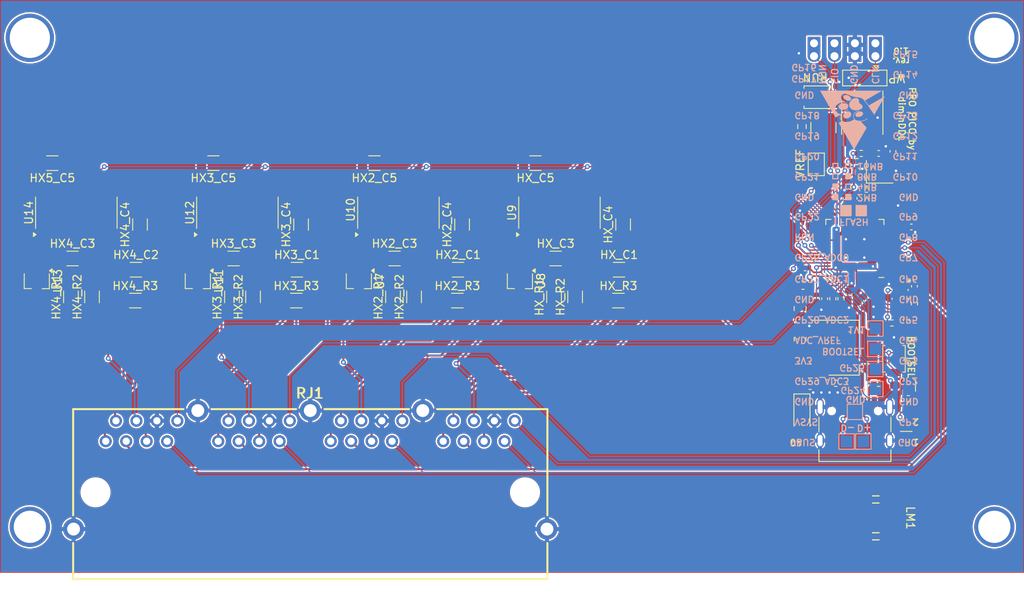
<source format=kicad_pcb>
(kicad_pcb (version 20240108) (generator "pcbnew") (generator_version "8.0")
  (layers (0 "F.Cu" signal) (31 "B.Cu" signal) (34 "B.Paste" user) (35 "F.Paste" user) (36 "B.SilkS" user "B.Silkscreen") (37 "F.SilkS" user "F.Silkscreen") (38 "B.Mask" user) (39 "F.Mask" user) (44 "Edge.Cuts" user))
  (net 0 "")
  (net 1 "Net-(C3-Pad1)")
  (net 2 "GND")
  (net 3 "3.3V")
  (net 4 "/XIN")
  (net 5 "VCC")
  (net 6 "+1V1")
  (net 7 "VBUS")
  (net 8 "Net-(D2-K)")
  (net 9 "/GPIO23")
  (net 10 "Net-(D3-K)")
  (net 11 "/EEPROM_SCL")
  (net 12 "Net-(J1-CC1)")
  (net 13 "/D+")
  (net 14 "/D-")
  (net 16 "Net-(J1-CC2)")
  (net 18 "/SWCLK")
  (net 19 "/SWD")
  (net 20 "/RUN")
  (net 21 "Net-(U9-INA+)")
  (net 22 "2A-")
  (net 23 "/GPIO2")
  (net 24 "/GPIO6")
  (net 25 "/GPIO7")
  (net 26 "/GPIO8")
  (net 27 "/GPIO9")
  (net 28 "/GPIO10")
  (net 29 "/GPIO11")
  (net 30 "/GPIO12")
  (net 31 "/GPIO13")
  (net 32 "/GPIO14")
  (net 33 "/GPIO15")
  (net 34 "2E-")
  (net 35 "/GPIO27_ADC1")
  (net 36 "/GPIO26_ADC0")
  (net 37 "Net-(U9-VBG)")
  (net 38 "2E+")
  (net 39 "2A+")
  (net 40 "Net-(U9-VFB)")
  (net 41 "3A-")
  (net 42 "/GPIO17")
  (net 43 "/GPIO16")
  (net 44 "/EEPROM_WP")
  (net 45 "/3V0_VREF")
  (net 46 "/QSPI_SS")
  (net 47 "Net-(R1-Pad2)")
  (net 48 "/XOUT")
  (net 49 "/DP")
  (net 50 "/EEPROM_SDA")
  (net 54 "/QSPI_SD1")
  (net 55 "/QSPI_SD2")
  (net 56 "/QSPI_SD0")
  (net 57 "/QSPI_SCLK")
  (net 58 "/QSPI_SD3")
  (net 59 "Net-(C6-Pad1)")
  (net 60 "/DN")
  (net 61 "/ADC_VREF")
  (net 62 "3E-")
  (net 63 "3E+")
  (net 64 "3A+")
  (net 65 "4A-")
  (net 66 "4E-")
  (net 67 "4E+")
  (net 68 "4A+")
  (net 69 "1A-")
  (net 70 "1E-")
  (net 71 "1E+")
  (net 72 "1A+")
  (net 73 "SDA2")
  (net 74 "SDA1")
  (net 75 "DT1")
  (net 76 "DT2")
  (net 77 "DT4")
  (net 78 "DT3")
  (net 79 "SCK")
  (net 80 "SDA3")
  (net 81 "SCL")
  (net 82 "SDA4")
  (net 83 "Net-(U8-BASE)")
  (net 87 "Net-(U10-BASE)")
  (net 91 "/GPIO1")
  (net 92 "/GPIO0")
  (footprint "W25Q16JVUXIQ_TR:IC_W25Q16JVUXIQ_TR" (layer "F.Cu") (at 163.29867 61.496 -90)
    (property "Reference" "U2" (hide yes))
    (property "Value" "W25Q16JVUXIQ")
  )
  (footprint "Resistor_SMD:R_0402_1005Metric" (layer "F.Cu") (at 164.31467 74.45)
    (property "Reference" "R13" (hide yes))
    (property "Value" "1k")
  )
  (footprint "Button_Switch_SMD:SW_SPST_B3U-1000P" (layer "F.Cu") (at 162.53667 69.497 -90)
    (property "Reference" "SW1" (hide yes))
    (property "Value" "BOOTSEL")
  )
  (footprint "Capacitor_SMD:C_0402_1005Metric" (layer "F.Cu") (at 152.91007 62.0294 -90)
    (property "Reference" "C12" (hide yes))
    (property "Value" "1u")
  )
  (footprint "Capacitor_SMD:C_0603_1608Metric_Pad1.08x0.95mm_HandSolder" (layer "F.Cu") (at 152.12267 72.799)
    (property "Reference" "C4" (hide yes))
    (property "Value" "2.2u")
  )
  (footprint "Capacitor_SMD:C_1206_3216Metric" (layer "F.Cu") (at 98.004817 45.179553 180)
    (property "Reference" "HX2_C5")
    (property "Value" "10uF")
  )
  (footprint "Capacitor_SMD:C_1206_3216Metric" (layer "F.Cu") (at 68.896131 52.814237 90)
    (property "Reference" "HX4_C4")
    (property "Value" "10uF")
  )
  (footprint "Capacitor_SMD:C_0402_1005Metric" (layer "F.Cu") (at 162.40967 43.716 90)
    (property "Reference" "C2" (hide yes))
    (property "Value" "18p")
  )
  (footprint "Capacitor_SMD:C_1206_3216Metric" (layer "F.Cu") (at 88.896131 52.814237 90)
    (property "Reference" "HX3_C4")
    (property "Value" "10uF")
  )
  (footprint "" (layer "F.Cu") (at 55.2136 90.3866)
    (property "Reference" "")
    (property "Value" "")
  )
  (footprint "Resistor_SMD:R_1206_3216Metric" (layer "F.Cu") (at 128.311931 62.263037)
    (property "Reference" "HX_R3")
    (property "Value" "1k")
  )
  (footprint "RP2040:RP2040-QFN-56" (layer "F.Cu") (at 157.68047 55.781 180)
    (property "Reference" "U5" (hide yes))
    (property "Value" "RP2040")
  )
  (footprint "Capacitor_SMD:C_0402_1005Metric" (layer "F.Cu") (at 156.94867 61.496 -90)
    (property "Reference" "C13" (hide yes))
    (property "Value" "100n")
  )
  (footprint "Resistor_SMD:R_0402_1005Metric" (layer "F.Cu") (at 159.10767 48.415)
    (property "Reference" "R5" (hide yes))
    (property "Value" "1k")
  )
  (footprint "Resistor_SMD:R_0402_1005Metric_Pad0.72x0.64mm_HandSolder" (layer "F.Cu") (at 160.63167 72.545)
    (property "Reference" "R3" (hide yes))
    (property "Value" "5.1k")
  )
  (footprint "Package_TO_SOT_SMD:TSOT-23" (layer "F.Cu") (at 56.096141 59.82422 -90)
    (property "Reference" "U13")
    (property "Value" "MMBT5550LT1G")
  )
  (footprint "Capacitor_SMD:C_0402_1005Metric" (layer "F.Cu") (at 151.48767 58.194 180)
    (property "Reference" "C14" (hide yes))
    (property "Value" "100n")
  )
  (footprint "Jumper:SolderJumper-3_P2.0mm_Open_TrianglePad1.0x1.5mm" (layer "F.Cu") (at 158.91067 34.572 180)
    (property "Reference" "JP1" (hide yes))
    (property "Value" "EEPROM_WP")
  )
  (footprint "Capacitor_SMD:C_0402_1005Metric_Pad0.74x0.62mm_HandSolder" (layer "F.Cu") (at 160.63167 43.97)
    (property "Reference" "C1" (hide yes))
    (property "Value" "100n")
  )
  (footprint "Capacitor_SMD:C_0402_1005Metric" (layer "F.Cu") (at 158.47267 46.891 90)
    (property "Reference" "C3" (hide yes))
    (property "Value" "18p")
  )
  (footprint "connector:Pico_4pin" (layer "F.Cu") (at 156.41527 31.8796 -90)
    (property "Reference" "J2" (hide yes))
    (property "Value" "SWD")
  )
  (footprint "Resistor_SMD:R_1206_3216Metric" (layer "F.Cu") (at 62.933244 61.803821 90)
    (property "Reference" "HX4_R2")
    (property "Value" "8.2k")
  )
  (footprint "Package_TO_SOT_SMD:SOT-223-3_TabPin2" (layer "F.Cu") (at 156.31367 68.114)
    (property "Reference" "U3" (hide yes))
    (property "Value" "AMS1117-3.3")
  )
  (footprint "Capacitor_SMD:C_1206_3216Metric" (layer "F.Cu") (at 80.514131 57.030637)
    (property "Reference" "HX3_C3")
    (property "Value" "0.1uF")
  )
  (footprint "Resistor_SMD:R_0402_1005Metric" (layer "F.Cu") (at 164.06067 79.657 -90)
    (property "Reference" "R12" (hide yes))
    (property "Value" "1k")
  )
  (footprint "Package_SO:SOIC-8_3.9x4.9mm_P1.27mm" (layer "F.Cu") (at 158.59967 39.652 -90)
    (property "Reference" "U1" (hide yes))
    (property "Value" "FM24CL16B")
  )
  (footprint "Resistor_SMD:R_1206_3216Metric" (layer "F.Cu") (at 80.317044 61.803821 90)
    (property "Reference" "HX3_R1")
    (property "Value" "20k")
  )
  (footprint "Capacitor_SMD:C_1206_3216Metric" (layer "F.Cu") (at 108.388131 58.427637)
    (property "Reference" "HX2_C1")
    (property "Value" "0.1uF")
  )
  (footprint "Capacitor_SMD:C_0402_1005Metric" (layer "F.Cu") (at 157.58367 49.558 90)
    (property "Reference" "C18" (hide yes))
    (property "Value" "100n")
  )
  (footprint "Capacitor_SMD:C_0603_1608Metric_Pad1.08x0.95mm_HandSolder" (layer "F.Cu") (at 151.23367 60.353 180)
    (property "Reference" "C7" (hide yes))
    (property "Value" "10n C0G")
  )
  (footprint "Capacitor_SMD:C_0402_1005Metric" (layer "F.Cu") (at 164.69567 53.114)
    (property "Reference" "C17" (hide yes))
    (property "Value" "100n")
  )
  (footprint "LM7805_2:DPAK-3_ONS-M" (layer "F.Cu") (at 164.579035 89.274033 -90)
    (property "Reference" "LM1")
    (property "Value" "MC7805CDTRKG")
  )
  (footprint "Resistor_SMD:R_1206_3216Metric" (layer "F.Cu") (at 60.317044 61.803821 90)
    (property "Reference" "HX4_R1")
    (property "Value" "20k")
  )
  (footprint "Package_SO:SOP-16_3.9x9.9mm_P1.27mm" (layer "F.Cu") (at 80.989221 51.341454 90)
    (property "Reference" "U12")
    (property "Value" "HX711")
  )
  (footprint "Resistor_SMD:R_0402_1005Metric" (layer "F.Cu") (at 154.94207 62.0294 90)
    (property "Reference" "R9" (hide yes))
    (property "Value" "27")
  )
  (footprint "Capacitor_SMD:C_0402_1005Metric" (layer "F.Cu") (at 151.86867 52.352 90)
    (property "Reference" "C11" (hide yes))
    (property "Value" "100n")
  )
  (footprint "Resistor_SMD:R_1206_3216Metric" (layer "F.Cu") (at 120.317044 61.803821 90)
    (property "Reference" "HX_R1")
    (property "Value" "20k")
  )
  (footprint "Diode_SMD:D_SOD-123" (layer "F.Cu") (at 151.10667 76.228 -90)
    (property "Reference" "D1" (hide yes))
    (property "Value" "B5819W")
  )
  (footprint "Crystal:Crystal_SMD_2520-4Pin_2.5x2.0mm" (layer "F.Cu") (at 160.75867 46.256)
    (property "Reference" "Y1" (hide yes))
    (property "Value" "ECS-120-12-36-AGN-TR3")
  )
  (footprint "Resistor_SMD:R_0805_2012Metric_Pad1.20x1.40mm_HandSolder" (layer "F.Cu") (at 150.87807 67.0586 -90)
    (property "Reference" "R6" (hide yes))
    (property "Value" "470mOhm")
  )
  (footprint "Capacitor_SMD:C_1206_3216Metric" (layer "F.Cu") (at 120.514131 57.030637)
    (property "Reference" "HX_C3")
    (property "Value" "0.1uF")
  )
  (footprint "Capacitor_SMD:C_1206_3216Metric" (layer "F.Cu") (at 108.896131 52.814237 90)
    (property "Reference" "HX2_C4")
    (property "Value" "10uF")
  )
  (footprint "Package_TO_SOT_SMD:TSOT-23" (layer "F.Cu") (at 76.096141 59.82422 -90)
    (property "Reference" "U11")
    (property "Value" "MMBT5550LT1G")
  )
  (footprint "Capacitor_SMD:C_1206_3216Metric" (layer "F.Cu") (at 88.388131 58.427637)
    (property "Reference" "HX3_C1")
    (property "Value" "0.1uF")
  )
  (footprint "LED_SMD:LED_0603_1608Metric_Pad1.05x0.95mm_HandSolder" (layer "F.Cu") (at 163.55267 72.799 180)
    (property "Reference" "D3" (hide yes))
    (property "Value" "LED")
  )
  (footprint "Capacitor_SMD:C_1206_3216Metric" (layer "F.Cu") (at 58.004817 45.179553 180)
    (property "Reference" "HX5_C5")
    (property "Value" "10uF")
  )
  (footprint "Capacitor_SMD:C_1206_3216Metric" (layer "F.Cu") (at 68.388131 58.427637)
    (property "Reference" "HX4_C2")
    (property "Value" "0.1uF")
  )
  (footprint "Resistor_SMD:R_1206_3216Metric" (layer "F.Cu") (at 122.933244 61.803821 90)
    (property "Reference" "HX_R2")
    (property "Value" "8.2k")
  )
  (footprint "Capacitor_SMD:C_1206_3216Metric" (layer "F.Cu") (at 128.896131 52.814237 90)
    (property "Reference" "HX_C4")
    (property "Value" "10uF")
  )
  (footprint "" (layer "F.Cu") (at 175 90.3866)
    (property "Reference" "")
    (property "Value" "")
  )
  (footprint "" (layer "F.Cu") (at 55.2136 29.6044)
    (property "Reference" "")
    (property "Value" "")
  )
  (footprint "Resistor_SMD:R_0402_1005Metric_Pad0.72x0.64mm_HandSolder" (layer "F.Cu") (at 165.07667 62.639 -90)
    (property "Reference" "R1" (hide yes))
    (property "Value" "1k")
  )
  (footprint "Resistor_SMD:R_1206_3216Metric" (layer "F.Cu") (at 108.311931 62.263037)
    (property "Reference" "HX2_R3")
    (property "Value" "1k")
  )
  (footprint "Package_SO:SOP-16_3.9x9.9mm_P1.27mm" (layer "F.Cu") (at 60.989221 51.341454 90)
    (property "Reference" "U14")
    (property "Value" "HX711")
  )
  (footprint "Connector_USB:USB_C_Receptacle_Palconn_UTC16-G" (layer "F.Cu") (at 157.68527 77.424)
    (property "Reference" "J1" (hide yes))
    (property "Value" "USB_C_Receptacle_USB2.0")
  )
  (footprint "Capacitor_SMD:C_1206_3216Metric" (layer "F.Cu") (at 128.388131 58.427637)
    (property "Reference" "HX_C1")
    (property "Value" "0.1uF")
  )
  (footprint "Resistor_SMD:R_0402_1005Metric" (layer "F.Cu") (at 157.96467 44.986 180)
    (property "Reference" "R10" (hide yes))
    (property "Value" "1k")
  )
  (footprint "Resistor_SMD:R_1206_3216Metric" (layer "F.Cu") (at 100.317044 61.803821 90)
    (property "Reference" "HX2_R1")
    (property "Value" "20k")
  )
  (footprint "Package_SO:SOP-16_3.9x9.9mm_P1.27mm" (layer "F.Cu") (at 120.989221 51.341454 90)
    (property "Reference" "U9")
    (property "Value" "HX711")
  )
  (footprint "Resistor_SMD:R_1206_3216Metric" (layer "F.Cu") (at 88.311931 62.263037)
    (property "Reference" "HX3_R3")
    (property "Value" "1k")
  )
  (footprint "Capacitor_SMD:C_1206_3216Metric" (layer "F.Cu") (at 118.004817 45.179553 180)
    (property "Reference" "HX_C5")
    (property "Value" "10uF")
  )
  (footprint "Capacitor_SMD:C_0402_1005Metric" (layer "F.Cu") (at 165.07667 60.48 -90)
    (property "Reference" "C16" (hide yes))
    (property "Value" "100n")
  )
  (footprint "Resistor_SMD:R_0402_1005Metric" (layer "F.Cu") (at 158.47467 43.968 180)
    (property "Reference" "R11" (hide yes))
    (property "Value" "1k")
  )
  (footprint "Resistor_SMD:R_0402_1005Metric_Pad0.72x0.64mm_HandSolder" (layer "F.Cu") (at 155.29767 72.545 180)
    (property "Reference" "R4" (hide yes))
    (property "Value" "5.1k")
  )
  (footprint "Package_TO_SOT_SMD:SOT-23" (layer "F.Cu") (at 153.77367 40.758 90)
    (property "Reference" "U4" (hide yes))
    (property "Value" "LM4040DBZ-3")
  )
  (footprint "Resistor_SMD:R_0402_1005Metric_Pad0.72x0.64mm_HandSolder" (layer "F.Cu") (at 162.28267 65.052 180)
    (property "Reference" "R2" (hide yes))
    (property "Value" "DNP")
  )
  (footprint "Button_Switch_SMD:SW_SPST_B3U-1000P" (layer "F.Cu") (at 153.01167 36.985 180)
    (property "Reference" "SW2" (hide yes))
    (property "Value" "RES")
  )
  (footprint "Capacitor_SMD:C_0402_1005Metric" (layer "F.Cu") (at 156.56767 49.558 90)
    (property "Reference" "C9" (hide yes))
    (property "Value" "100n")
  )
  (footprint "Capacitor_SMD:C_0805_2012Metric_Pad1.18x1.45mm_HandSolder" (layer "F.Cu") (at 150.87807 63.2486 90)
    (property "Reference" "C6" (hide yes))
    (property "Value" "10u")
  )
  (footprint "Resistor_SMD:R_0603_1608Metric_Pad0.98x0.95mm_HandSolder" (layer "F.Cu") (at 151.10667 40.631 90)
    (property "Reference" "R7" (hide yes))
    (property "Value" "150")
  )
  (footprint "Resistor_SMD:R_0402_1005Metric" (layer "F.Cu") (at 155.95807 62.0294 90)
    (property "Reference" "R8" (hide yes))
    (property "Value" "27")
  )
  (footprint "Resistor_SMD:R_1206_3216Metric" (layer "F.Cu") (at 82.933244 61.803821 90)
    (property "Reference" "HX3_R2")
    (property "Value" "8.2k")
  )
  (footprint "Resistor_SMD:R_1206_3216Metric" (layer "F.Cu") (at 68.311931 62.263037)
    (property "Reference" "HX4_R3")
    (property "Value" "1k")
  )
  (footprint "Resistor_SMD:R_1206_3216Metric" (layer "F.Cu") (at 102.933244 61.803821 90)
    (property "Reference" "HX2_R2")
    (property "Value" "8.2k")
  )
  (footprint "Package_TO_SOT_SMD:TSOT-23" (layer "F.Cu") (at 96.096141 59.82422 -90)
    (property "Reference" "U7")
    (property "Value" "MMBT5550LT1G")
  )
  (footprint "DS1129-02-S80BP:DS1129-02-S80BP" (layer "F.Cu") (at 90.041472 83.300686)
    (property "Reference" "RJ1")
    (property "Value" "DS1129-02-S80BP")
  )
  (footprint "Capacitor_SMD:C_1206_3216Metric" (layer "F.Cu") (at 60.514131 57.030637)
    (property "Reference" "HX4_C3")
    (property "Value" "0.1uF")
  )
  (footprint "Package_TO_SOT_SMD:TSOT-23" (layer "F.Cu") (at 116.096141 59.82422 -90)
    (property "Reference" "U8")
    (property "Value" "MMBT5550LT1G")
  )
  (footprint "Capacitor_SMD:C_1206_3216Metric" (layer "F.Cu") (at 100.514131 57.030637)
    (property "Reference" "HX2_C3")
    (property "Value" "0.1uF")
  )
  (footprint "Capacitor_SMD:C_1206_3216Metric" (layer "F.Cu") (at 78.004817 45.179553 180)
    (property "Reference" "HX3_C5")
    (property "Value" "10uF")
  )
  (footprint "Capacitor_SMD:C_0402_1005Metric" (layer "F.Cu") (at 158.34567 62.766 -45)
    (property "Reference" "C15" (hide yes))
    (property "Value" "100n")
  )
  (footprint "" (layer "F.Cu") (at 175 29.6044)
    (property "Reference" "")
    (property "Value" "")
  )
  (footprint "Capacitor_SMD:C_0402_1005Metric" (layer "F.Cu") (at 153.92607 62.0294 -90)
    (property "Reference" "C10" (hide yes))
    (property "Value" "1u")
  )
  (footprint "Package_SO:SOP-16_3.9x9.9mm_P1.27mm" (layer "F.Cu") (at 100.989221 51.341454 90)
    (property "Reference" "U10")
    (property "Value" "HX711")
  )
  (footprint "Capacitor_SMD:C_0402_1005Metric" (layer "F.Cu") (at 159.066081 62.089411 -45)
    (property "Reference" "C8" (hide yes))
    (property "Value" "100n")
  )
  (footprint "Jumper:SolderJumper-2_P1.3mm_Open_TrianglePad1.0x1.5mm" (layer "F.Cu") (at 152.88467 45.33 90)
    (property "Reference" "JP2" (hide yes))
    (property "Value" "VREF")
  )
  (footprint "LED_SMD:LED_0603_1608Metric_Pad1.05x0.95mm_HandSolder" (layer "F.Cu") (at 164.06067 76.863 90)
    (property "Reference" "D2" (hide yes))
    (property "Value" "LED")
  )
  (footprint "Capacitor_SMD:C_0402_1005Metric_Pad0.74x0.62mm_HandSolder" (layer "F.Cu") (at 164.06067 64.671 -90)
    (property "Reference" "C5" (hide yes))
    (property "Value" "100n")
  )
  (footprint "TestPoint:TestPoint_Pad_1.5x1.5mm" (layer "B.Cu") (at 160.22527 73.2562)
    (property "Reference" "TP6" (hide yes))
    (property "Value" "GP24")
  )
  (footprint "TestPoint:TestPoint_Pad_1.5x1.5mm" (layer "B.Cu") (at 160.22527 65.7378)
    (property "Reference" "TP2" (hide yes))
    (property "Value" "VREG")
  )
  (footprint "TestPoint:TestPoint_Pad_1.5x1.5mm" (layer "B.Cu") (at 157.68527 76.101)
    (property "Reference" "TP4" (hide yes))
    (property "Value" "GND")
  )
  (footprint "TestPoint:TestPoint_Pad_1.5x1.5mm" (layer "B.Cu") (at 160.22527 68.2778)
    (property "Reference" "TP1" (hide yes))
    (property "Value" "BOOTSEL")
  )
  (footprint "LOGO" (layer "B.Cu") (at 157.58367 39.652)
    (property "Reference" "G***" (hide yes))
    (property "Value" "LOGO" (hide yes))
  )
  (footprint "TestPoint:TestPoint_Pad_1.5x1.5mm" (layer "B.Cu") (at 160.22527 70.767)
    (property "Reference" "TP3" (hide yes))
    (property "Value" "GP25")
  )
  (footprint "TestPoint:TestPoint_Pad_1.5x1.5mm" (layer "B.Cu") (at 158.72667 79.784)
    (property "Reference" "TP5" (hide yes))
    (property "Value" "D+")
  )
  (footprint "TestPoint:TestPoint_Pad_1.5x1.5mm" (layer "B.Cu") (at 156.64387 79.784)
    (property "Reference" "TP7" (hide yes))
    (property "Value" "D-")
  )
  (gr_rect (start 51.6068 25) (end 178.6068 96) (stroke (width 0.2)) (fill none) (layer "F.Cu") (net 88))
  (gr_rect (start 157.83767 50.447) (end 159.10767 51.717) (stroke (width 0.15)) (fill none) (layer "B.SilkS"))
  (gr_rect (start 155.93267 50.447) (end 157.20267 51.717) (stroke (width 0.15)) (fill none) (layer "B.SilkS"))
  (gr_text "RUN" (at 150.09067 53.876 180) (layer "B.SilkS") (effects (font (size 0.8 0.8)) (justify left bottom mirror)))
  (gr_text "GP11" (at 162.28267 43.843 180) (layer "B.SilkS") (effects (font (size 0.8 0.8)) (justify left bottom mirror)))
  (gr_text "GP16" (at 149.70967 32.794 180) (layer "B.SilkS") (effects (font (size 0.8 0.8)) (justify left bottom mirror)))
  (gr_text "GP5" (at 163.04467 64.163 180) (layer "B.SilkS") (effects (font (size 0.8 0.8)) (justify left bottom mirror)))
  (gr_text "D+" (at 157.83767 77.625 180) (layer "B.SilkS") (effects (font (size 0.8 0.8)) (justify left bottom mirror)))
  (gr_text "GP28_ADC2" (at 150.09067 64.163 180) (layer "B.SilkS") (effects (font (size 0.8 0.8)) (justify left bottom mirror)))
  (gr_text "GP15" (at 162.28267 31.143 180) (layer "B.SilkS") (effects (font (size 0.8 0.8)) (justify left bottom mirror)))
  (gr_text "GP9" (at 163.04467 51.336 180) (layer "B.SilkS") (effects (font (size 0.8 0.8)) (justify left bottom mirror)))
  (gr_text "GP25" (at 155.67867 70.132 180) (layer "B.SilkS") (effects (font (size 0.8 0.8)) (justify left bottom mirror)))
  (gr_text "GND" (at 150.09067 74.323 180) (layer "B.SilkS") (effects (font (size 0.8 0.8)) (justify left bottom mirror)))
  (gr_text "VBUS" (at 149.58267 79.403 180) (layer "B.SilkS") (effects (font (size 0.8 0.8)) (justify left bottom mirror)))
  (gr_text "3V3" (at 150.09067 69.243 180) (layer "B.SilkS") (effects (font (size 0.8 0.8)) (justify left bottom mirror)))
  (gr_text "CLK" (at 159.74267 35.461 -90) (layer "B.SilkS") (effects (font (size 0.8 0.8)) (justify left bottom mirror)))
  (gr_text "1V1" (at 156.69467 65.433 180) (layer "B.SilkS") (effects (font (size 0.8 0.8)) (justify left bottom mirror)))
  (gr_text "GP8" (at 163.04467 53.876 180) (layer "B.SilkS") (effects (font (size 0.8 0.8)) (justify left bottom mirror)))
  (gr_text "RUN" (at 153.13867 35.461 -90) (layer "B.SilkS") (effects (font (size 0.8 0.8)) (justify left bottom mirror)))
  (gr_text "GP14" (at 162.28267 33.683 180) (layer "B.SilkS") (effects (font (size 0.8 0.8)) (justify left bottom mirror)))
  (gr_text "GP4" (at 163.04467 66.703 180) (layer "B.SilkS") (effects (font (size 0.8 0.8)) (justify left bottom mirror)))
  (gr_text "GP20" (at 150.09067 43.843 180) (layer "B.SilkS") (effects (font (size 0.8 0.8)) (justify left bottom mirror)))
  (gr_text "GND" (at 163.04467 61.623 180) (layer "B.SilkS") (effects (font (size 0.8 0.8)) (justify left bottom mirror)))
  (gr_text "GP0" (at 162.91767 79.403 180) (layer "B.SilkS") (effects (font (size 0.8 0.8)) (justify left bottom mirror)))
  (gr_text "GP22" (at 150.09067 51.336 180) (layer "B.SilkS") (effects (font (size 0.8 0.8)) (justify left bottom mirror)))
  (gr_text "GP10" (at 162.28267 46.383 180) (layer "B.SilkS") (effects (font (size 0.8 0.8)) (justify left bottom mirror)))
  (gr_text "GP13" (at 162.28267 38.763 180) (layer "B.SilkS") (effects (font (size 0.8 0.8)) (justify left bottom mirror)))
  (gr_text "SIO" (at 154.66267 35.461 -90) (layer "B.SilkS") (effects (font (size 0.8 0.8)) (justify left bottom mirror)))
  (gr_text "GP18" (at 150.09067 38.763 180) (layer "B.SilkS") (effects (font (size 0.8 0.8)) (justify left bottom mirror)))
  (gr_text "GP29_ADC3" (at 150.09067 71.783 180) (layer "B.SilkS") (effects (font (size 0.8 0.8)) (justify left bottom mirror)))
  (gr_text "VSYS" (at 150.09067 76.863 180) (layer "B.SilkS") (effects (font (size 0.8 0.8)) (justify left bottom mirror)))
  (gr_text "■ ■ 2MB\n■ □ 4MB\n□ ■ 8MB\n□ □ 16MB" (at 154.66267 45.113 180) (layer "B.SilkS") (effects (font (size 0.8 0.8)) (justify left bottom mirror)))
  (gr_text "GND" (at 163.04467 48.923 180) (layer "B.SilkS") (effects (font (size 0.8 0.8)) (justify left bottom mirror)))
  (gr_text "ADC_VREF" (at 150.09067 66.703 180) (layer "B.SilkS") (effects (font (size 0.8 0.8)) (justify left bottom mirror)))
  (gr_text "GP19" (at 150.09067 41.303 180) (layer "B.SilkS") (effects (font (size 0.8 0.8)) (justify left bottom mirror)))
  (gr_text "GP1" (at 163.04467 76.863 180) (layer "B.SilkS") (effects (font (size 0.8 0.8)) (justify left bottom mirror)))
  (gr_text "GP7" (at 163.04467 56.416 180) (layer "B.SilkS") (effects (font (size 0.8 0.8)) (justify left bottom mirror)))
  (gr_text "GP3" (at 163.04467 69.243 180) (layer "B.SilkS") (effects (font (size 0.8 0.8)) (justify left bottom mirror)))
  (gr_text "GP26_ADC0" (at 150.09067 56.416 180) (layer "B.SilkS") (effects (font (size 0.8 0.8)) (justify left bottom mirror)))
  (gr_text "GP6" (at 163.04467 59.083 180) (layer "B.SilkS") (effects (font (size 0.8 0.8)) (justify left bottom mirror)))
  (gr_text "GND" (at 150.09067 36.223 180) (layer "B.SilkS") (effects (font (size 0.8 0.8)) (justify left bottom mirror)))
  (gr_text "FLASH" (at 155.665646 52.008992 180) (layer "B.SilkS") (effects (font (size 0.8 0.8)) (justify left bottom mirror)))
  (gr_text "GND" (at 157.07567 35.461 -90) (layer "B.SilkS") (effects (font (size 0.8 0.8)) (justify left bottom mirror)))
  (gr_text "GP27_ADC1" (at 150.09067 59.083 180) (layer "B.SilkS") (effects (font (size 0.8 0.8)) (justify left bottom mirror)))
  (gr_text "GND" (at 163.04467 74.323 180) (layer "B.SilkS") (effects (font (size 0.8 0.8)) (justify left bottom mirror)))
  (gr_text "GP12" (at 162.28267 41.303 180) (layer "B.SilkS") (effects (font (size 0.8 0.8)) (justify left bottom mirror)))
  (gr_text "GND" (at 156.44067 74.069 180) (layer "B.SilkS") (effects (font (size 0.8 0.8)) (justify left bottom mirror)))
  (gr_text "GP2" (at 163.04467 71.783 180) (layer "B.SilkS") (effects (font (size 0.8 0.8)) (justify left bottom mirror)))
  (gr_text "GP17" (at 149.70967 34.191 180) (layer "B.SilkS") (effects (font (size 0.8 0.8)) (justify left bottom mirror)))
  (gr_text "GP24" (at 155.80567 72.926 180) (layer "B.SilkS") (effects (font (size 0.8 0.8)) (justify left bottom mirror)))
  (gr_text "GND" (at 150.09067 48.923 180) (layer "B.SilkS") (effects (font (size 0.8 0.8)) (justify left bottom mirror)))
  (gr_text "GND" (at 163.04467 36.223 180) (layer "B.SilkS") (effects (font (size 0.8 0.8)) (justify left bottom mirror)))
  (gr_text "D-" (at 155.80567 77.625 180) (layer "B.SilkS") (effects (font (size 0.8 0.8)) (justify left bottom mirror)))
  (gr_text "GND" (at 150.09067 61.623 180) (layer "B.SilkS") (effects (font (size 0.8 0.8)) (justify left bottom mirror)))
  (gr_text "BOOTSEL" (at 153.51967 68.1 180) (layer "B.SilkS") (effects (font (size 0.8 0.8)) (justify left bottom mirror)))
  (gr_text "GP21" (at 150.09067 46.383 180) (layer "B.SilkS") (effects (font (size 0.8 0.8)) (justify left bottom mirror)))
  (gr_text "RJ1" (at 89.927021 73.765902 0) (layer "F.SilkS") (effects (font (size 1.27 1.27))))
  (gr_text "40" (at 151.23367 79.403 180) (layer "F.SilkS") (effects (font (size 0.8 0.8) (thickness 0.15) (bold yes)) (justify left bottom)))
  (gr_text "1" (at 165.71167 79.403 180) (layer "F.SilkS") (effects (font (size 0.8 0.8) (thickness 0.15) (bold yes)) (justify left bottom)))
  (gr_text "2" (at 165.71167 76.863 180) (layer "F.SilkS") (effects (font (size 0.8 0.8) (thickness 0.15) (bold yes)) (justify left bottom)))
  (gr_text "1" (at 165.71167 79.403 180) (layer "F.SilkS") (effects (font (size 0.8 0.8) (thickness 0.15) (bold yes)) (justify left bottom)))
  (gr_text "rev.\n1.0" (at 163.42567 30.762 180) (layer "F.SilkS") (effects (font (size 0.8 0.8)) (justify bottom)))
  (gr_text "WP" (at 164.06067 34.064 180) (layer "F.SilkS") (effects (font (size 1 1)) (justify left bottom)))
  (gr_text "PRO PICO by\ndiminDDL" (at 163.04467 39.652 -90) (layer "F.SilkS") (effects (font (size 0.8 0.8)) (justify bottom)))
  (gr_text "BOOTSEL" (at 164.18767 66.576 -90) (layer "F.SilkS") (effects (font (size 0.8 0.8)) (justify left bottom)))
  (gr_text "RUN" (at 154.40867 33.937 180) (layer "F.SilkS") (effects (font (size 1 1)) (justify left bottom)))
  (gr_text "VREF" (at 151.48767 47.145 90) (layer "F.SilkS") (effects (font (size 1 1)) (justify left bottom)))
  (segment (start 89.863131 62.174337) (end 89.774431 62.263037) (width 0.25) (layer "F.Cu") (net 0))
  (segment (start 100.317044 60.341321) (end 100.447174 60.211191) (width 0.25) (layer "F.Cu") (net 0))
  (segment (start 109.837731 58.173637) (end 105.505548 53.841454) (width 0.25) (layer "F.Cu") (net 0))
  (segment (start 57.814221 56.341134) (end 57.814221 53.841454) (width 0.25) (layer "F.Cu") (net 0))
  (segment (start 89.863131 58.427637) (end 89.863131 62.174337) (width 0.25) (layer "F.Cu") (net 0))
  (segment (start 100.447174 55.544895) (end 100.367017 55.464738) (width 0.25) (layer "F.Cu") (net 0))
  (segment (start 77.046141 58.51422) (end 77.046141 57.109214) (width 0.25) (layer "F.Cu") (net 0))
  (segment (start 60.317044 60.341321) (end 60.447174 60.211191) (width 0.25) (layer "F.Cu") (net 0))
  (segment (start 85.505548 53.841454) (end 85.434221 53.841454) (width 0.25) (layer "F.Cu") (net 0))
  (segment (start 105.505548 53.841454) (end 105.434221 53.841454) (width 0.25) (layer "F.Cu") (net 0))
  (segment (start 69.863131 58.427637) (end 69.863131 62.174337) (width 0.25) (layer "F.Cu") (net 0))
  (segment (start 100.317044 60.341321) (end 102.933244 60.341321) (width 0.25) (layer "F.Cu") (net 0))
  (segment (start 109.863131 62.174337) (end 109.774431 62.263037) (width 0.25) (layer "F.Cu") (net 0))
  (segment (start 60.447174 60.211191) (end 60.447174 55.544895) (width 0.25) (layer "F.Cu") (net 0))
  (segment (start 77.814221 56.341134) (end 77.814221 53.841454) (width 0.25) (layer "F.Cu") (net 0))
  (segment (start 60.447174 55.544895) (end 60.367017 55.464738) (width 0.25) (layer "F.Cu") (net 0))
  (segment (start 89.837731 58.173637) (end 85.505548 53.841454) (width 0.25) (layer "F.Cu") (net 0))
  (segment (start 69.863131 62.174337) (end 69.774431 62.263037) (width 0.25) (layer "F.Cu") (net 0))
  (segment (start 60.367017 55.464738) (end 60.367017 53.866353) (width 0.25) (layer "F.Cu") (net 0))
  (segment (start 57.046141 57.109214) (end 57.814221 56.341134) (width 0.25) (layer "F.Cu") (net 0))
  (segment (start 80.317044 60.341321) (end 82.933244 60.341321) (width 0.25) (layer "F.Cu") (net 0))
  (segment (start 80.447174 55.544895) (end 80.367017 55.464738) (width 0.25) (layer "F.Cu") (net 0))
  (segment (start 57.046141 58.51422) (end 57.046141 57.109214) (width 0.25) (layer "F.Cu") (net 0))
  (segment (start 80.317044 60.341321) (end 80.447174 60.211191) (width 0.25) (layer "F.Cu") (net 0))
  (segment (start 80.447174 60.211191) (end 80.447174 55.544895) (width 0.25) (layer "F.Cu") (net 0))
  (segment (start 60.317044 60.341321) (end 62.933244 60.341321) (width 0.25) (layer "F.Cu") (net 0))
  (segment (start 100.447174 60.211191) (end 100.447174 55.544895) (width 0.25) (layer "F.Cu") (net 0))
  (segment (start 77.046141 57.109214) (end 77.814221 56.341134) (width 0.25) (layer "F.Cu") (net 0))
  (segment (start 109.863131 58.427637) (end 109.863131 62.174337) (width 0.25) (layer "F.Cu") (net 0))
  (segment (start 80.367017 55.464738) (end 80.367017 53.866353) (width 0.25) (layer "F.Cu") (net 0))
  (segment (start 65.505548 53.841454) (end 65.434221 53.841454) (width 0.25) (layer "F.Cu") (net 0))
  (segment (start 100.367017 55.464738) (end 100.367017 53.866353) (width 0.25) (layer "F.Cu") (net 0))
  (segment (start 69.837731 58.173637) (end 65.505548 53.841454) (width 0.25) (layer "F.Cu") (net 0))
  (segment (start 159.61767 47.222) (end 159.88367 46.956) (width 0.2) (layer "F.Cu") (net 1))
  (segment (start 159.46867 47.371) (end 159.88367 46.956) (width 0.2) (layer "F.Cu") (net 1))
  (segment (start 158.47267 47.371) (end 159.46867 47.371) (width 0.2) (layer "F.Cu") (net 1))
  (segment (start 159.61767 48.415) (end 159.61767 47.222) (width 0.2) (layer "F.Cu") (net 1))
  (segment (start 165.17567 53.749) (end 165.17567 53.114) (width 0.15) (layer "F.Cu") (net 2))
  (segment (start 161.952732 60.246) (end 161.906107 60.199375) (width 0.15) (layer "F.Cu") (net 2))
  (segment (start 162.54867 60.246) (end 161.952732 60.246) (width 0.15) (layer "F.Cu") (net 2))
  (via (at 162.53667 66.83) (size 0.6) (drill 0.3) (layers "F.Cu" "B.Cu") (net 2))
  (via (at 160.50467 39.525) (size 0.6) (drill 0.3) (layers "F.Cu" "B.Cu") (net 2))
  (via (at 156.56767 56.924) (size 0.6) (drill 0.3) (layers "F.Cu" "B.Cu") (net 2))
  (via (at 165.17567 53.749) (size 0.6) (drill 0.3) (layers "F.Cu" "B.Cu") (net 2))
  (via (at 156.56767 54.638) (size 0.6) (drill 0.3) (layers "F.Cu" "B.Cu") (net 2))
  (via (at 153.51967 73.688) (size 0.6) (drill 0.3) (layers "F.Cu" "B.Cu") (net 2))
  (via (at 161.52067 43.081) (size 0.6) (drill 0.3) (layers "F.Cu" "B.Cu") (net 2))
  (via (at 153.51967 63.401) (size 0.6) (drill 0.3) (layers "F.Cu" "B.Cu") (net 2))
  (via (at 158.85367 56.924) (size 0.6) (drill 0.3) (layers "F.Cu" "B.Cu") (net 2))
  (via (at 152.020865 65.422618) (size 0.6) (drill 0.3) (layers "F.Cu" "B.Cu") (net 2))
  (via (at 156.94867 63.147) (size 0.6) (drill 0.3) (layers "F.Cu" "B.Cu") (net 2))
  (via (at 162.79067 46.129) (size 0.6) (drill 0.3) (layers "F.Cu" "B.Cu") (net 2))
  (via (at 158.85367 54.638) (size 0.6) (drill 0.3) (layers "F.Cu" "B.Cu") (net 2))
  (via (at 155.55167 73.688) (size 0.6) (drill 0.3) (layers "F.Cu" "B.Cu") (net 2))
  (via (at 159.99667 63.02) (size 0.6) (drill 0.3) (layers "F.Cu" "B.Cu") (net 2))
  (via (at 154.53567 73.688) (size 0.6) (drill 0.3) (layers "F.Cu" "B.Cu") (net 2))
  (via (at 161.906107 60.199375) (size 0.6) (drill 0.3) (layers "F.Cu" "B.Cu") (net 2))
  (via (at 150.72567 31.524) (size 0.6) (drill 0.3) (layers "F.Cu" "B.Cu") (net 2))
  (via (at 158.59967 45.875) (size 0.6) (drill 0.3) (layers "F.Cu" "B.Cu") (net 2))
  (via (at 156.38017 48.542) (size 0.6) (drill 0.3) (layers "F.Cu" "B.Cu") (net 2))
  (via (at 159.99667 64.29) (size 0.6) (drill 0.3) (layers "F.Cu" "B.Cu") (net 2))
  (via (at 155.74517 35.08) (size 0.6) (drill 0.3) (layers "F.Cu" "B.Cu") (net 2))
  (via (at 150.97967 59.083) (size 0.6) (drill 0.3) (layers "F.Cu" "B.Cu") (net 2))
  (via (at 150.85267 51.082) (size 0.6) (drill 0.3) (layers "F.Cu" "B.Cu") (net 2))
  (via (at 152.50367 73.688) (size 0.6) (drill 0.3) (layers "F.Cu" "B.Cu") (net 2))
  (via (at 163.04467 50.447) (size 0.6) (drill 0.3) (layers "F.Cu" "B.Cu") (net 2))
  (via (at 156.91067 34.572) (size 0.6) (drill 0.3) (layers "F.Cu" "B.Cu") (net 2))
  (segment (start 162.88017 64.4545) (end 163.23117 64.1035) (width 0.25) (layer "F.Cu") (net 3))
  (segment (start 152.18917 38.636) (end 151.10667 39.7185) (width 0.25) (layer "F.Cu") (net 3))
  (segment (start 158.59967 40.414) (end 156.82167 38.636) (width 0.25) (layer "F.Cu") (net 3))
  (segment (start 151.86867 53.345205) (end 151.86867 52.832) (width 0.2) (layer "F.Cu") (net 3))
  (segment (start 152.55717 58.7555) (end 153.33917 58.7555) (width 0.2) (layer "F.Cu") (net 3))
  (segment (start 153.82447 59.9974) (end 152.91007 60.9118) (width 0.2) (layer "F.Cu") (net 3))
  (segment (start 158.98267 43.97) (end 158.98267 43.591) (width 0.25) (layer "F.Cu") (net 3))
  (segment (start 161.11797 58.381) (end 163.381 58.381) (width 0.2) (layer "F.Cu") (net 3))
  (segment (start 162.148974 54.781) (end 163.815974 53.114) (width 0.2) (layer "F.Cu") (net 3))
  (segment (start 152.91007 60.9118) (end 152.91007 61.5494) (width 0.2) (layer "F.Cu") (net 3))
  (segment (start 151.99567 58.194) (end 152.55717 58.7555) (width 0.2) (layer "F.Cu") (net 3))
  (segment (start 157.550109 48.161778) (end 157.550109 45.910561) (width 0.25) (layer "F.Cu") (net 3))
  (segment (start 156.82167 38.636) (end 152.18917 38.636) (width 0.25) (layer "F.Cu") (net 3))
  (segment (start 81.151472 79.745686) (end 84.627992 83.222206) (width 0.25) (layer "F.Cu") (net 3))
  (segment (start 70.166745 83.222206) (end 164.190769 83.222206) (width 0.25) (layer "F.Cu") (net 3))
  (segment (start 157.550109 45.910561) (end 158.47467 44.986) (width 0.25) (layer "F.Cu") (net 3))
  (segment (start 163.23117 64.1035) (end 164.06067 64.1035) (width 0.25) (layer "F.Cu") (net 3))
  (segment (start 158.98267 43.97) (end 158.98267 44.478) (width 0.25) (layer "F.Cu") (net 3))
  (segment (start 98.597992 83.222206) (end 100 83.222206) (width 0.25) (layer "F.Cu") (net 3))
  (segment (start 160.50467 42.127) (end 160.50467 43.5295) (width 0.25) (layer "F.Cu") (net 3))
  (segment (start 84.627992 83.222206) (end 85 83.222206) (width 0.25) (layer "F.Cu") (net 3))
  (segment (start 170 64.91184) (end 165.08816 60) (width 0.25) (layer "F.Cu") (net 3))
  (segment (start 164.190769 83.222206) (end 170 77.412975) (width 0.25) (layer "F.Cu") (net 3))
  (segment (start 158.98267 44.478) (end 158.47467 44.986) (width 0.25) (layer "F.Cu") (net 3))
  (segment (start 161.90167 41.43) (end 161.90167 34.953) (width 0.25) (layer "F.Cu") (net 3))
  (segment (start 161.52067 34.572) (end 160.91067 34.572) (width 0.25) (layer "F.Cu") (net 3))
  (segment (start 153.304465 54.781) (end 151.86867 53.345205) (width 0.2) (layer "F.Cu") (net 3))
  (segment (start 161.90167 34.953) (end 161.52067 34.572) (width 0.25) (layer "F.Cu") (net 3))
  (segment (start 112.567992 83.222206) (end 115 83.222206) (width 0.25) (layer "F.Cu") (net 3))
  (segment (start 165 60) (end 165.07667 60) (width 0.2) (layer "F.Cu") (net 3))
  (segment (start 155.234044 59.9974) (end 153.82447 59.9974) (width 0.2) (layer "F.Cu") (net 3))
  (segment (start 66.953221 80.008682) (end 70.166745 83.222206) (width 0.25) (layer "F.Cu") (net 3))
  (segment (start 109.091472 79.745686) (end 112.567992 83.222206) (width 0.25) (layer "F.Cu") (net 3))
  (segment (start 162.88017 65.3435) (end 160.10967 68.114) (width 0.25) (layer "F.Cu") (net 3))
  (segment (start 164.06067 64.1035) (end 164.06067 62.758) (width 0.25) (layer "F.Cu") (net 3))
  (segment (start 158.59967 43.208) (end 158.59967 40.414) (width 0.25) (layer "F.Cu") (net 3))
  (segment (start 155.48047 59.750974) (end 155.234044 59.9974) (width 0.2) (layer "F.Cu") (net 3))
  (segment (start 160.06417 43.97) (end 158.98267 43.97) (width 0.25) (layer "F.Cu") (net 3))
  (segment (start 160.10967 68.114) (end 159.46367 68.114) (width 0.25) (layer "F.Cu") (net 3))
  (segment (start 170 77.412975) (end 170 64.91184) (width 0.25) (layer "F.Cu") (net 3))
  (segment (start 160.50467 43.5295) (end 160.06417 43.97) (width 0.25) (layer "F.Cu") (net 3))
  (segment (start 161.11797 54.781) (end 162.148974 54.781) (width 0.2) (layer "F.Cu") (net 3))
  (segment (start 158.98267 43.591) (end 158.59967 43.208) (width 0.25) (layer "F.Cu") (net 3))
  (segment (start 162.88017 65.052) (end 162.88017 64.4545) (width 0.25) (layer "F.Cu") (net 3))
  (segment (start 154.24297 54.781) (end 153.304465 54.781) (width 0.2) (layer "F.Cu") (net 3))
  (segment (start 164.06067 62.758) (end 164.04867 62.746) (width 0.25) (layer "F.Cu") (net 3))
  (segment (start 157.48047 50.1412) (end 157.58367 50.038) (width 0.2) (layer "F.Cu") (net 3))
  (segment (start 155.48047 59.2185) (end 155.48047 59.750974) (width 0.2) (layer "F.Cu") (net 3))
  (segment (start 153.71367 58.381) (end 154.24297 58.381) (width 0.2) (layer "F.Cu") (net 3))
  (segment (start 160.50467 42.127) (end 161.20467 42.127) (width 0.25) (layer "F.Cu") (net 3))
  (segment (start 95.121472 79.745686) (end 98.597992 83.222206) (width 0.25) (layer "F.Cu") (net 3))
  (segment (start 153.33917 58.7555) (end 153.71367 58.381) (width 0.2) (layer "F.Cu") (net 3))
  (segment (start 157.48047 52.3435) (end 157.48047 50.1412) (width 0.2) (layer "F.Cu") (net 3))
  (segment (start 162.88017 65.052) (end 162.88017 65.3435) (width 0.25) (layer "F.Cu") (net 3))
  (segment (start 165.08816 60) (end 165.07667 60) (width 0.25) (layer "F.Cu") (net 3))
  (segment (start 151.96767 58.194) (end 151.99567 58.194) (width 0.2) (layer "F.Cu") (net 3))
  (segment (start 163.381 58.381) (end 165 60) (width 0.2) (layer "F.Cu") (net 3))
  (segment (start 161.20467 42.127) (end 161.90167 41.43) (width 0.25) (layer "F.Cu") (net 3))
  (segment (start 163.815974 53.114) (end 164.21567 53.114) (width 0.2) (layer "F.Cu") (net 3))
  (via (at 155.39927 53.4442) (size 0.6) (drill 0.3) (layers "F.Cu" "B.Cu") (net 3))
  (via (at 155.29767 58.1686) (size 0.6) (drill 0.3) (layers "F.Cu" "B.Cu") (net 3))
  (via (at 157.27997 60.099) (size 0.6) (drill 0.3) (layers "F.Cu" "B.Cu") (net 3))
  (via (at 159.92047 58.0162) (size 0.6) (drill 0.3) (layers "F.Cu" "B.Cu") (net 3))
  (via (at 157.550109 48.161778) (size 0.6) (drill 0.3) (layers "F.Cu" "B.Cu") (net 3))
  (segment (start 155.39927 50.4724) (end 155.39927 53.4442) (width 0.25) (layer "B.Cu") (net 3))
  (segment (start 157.550109 48.321561) (end 155.39927 50.4724) (width 0.25) (layer "B.Cu") (net 3))
  (segment (start 157.550109 48.161778) (end 157.550109 48.321561) (width 0.25) (layer "B.Cu") (net 3))
  (segment (start 161.33167 45.556) (end 160.75867 46.129) (width 0.2) (layer "F.Cu") (net 4))
  (segment (start 161.63367 45.508) (end 162.40967 44.732) (width 0.2) (layer "F.Cu") (net 4))
  (segment (start 160.75867 48.415) (end 158.28047 50.8932) (width 0.2) (layer "F.Cu") (net 4))
  (segment (start 160.75867 46.129) (end 160.75867 48.415) (width 0.2) (layer "F.Cu") (net 4))
  (segment (start 161.63367 45.556) (end 161.63367 45.508) (width 0.2) (layer "F.Cu") (net 4))
  (segment (start 162.40967 44.732) (end 162.40967 44.196) (width 0.2) (layer "F.Cu") (net 4))
  (segment (start 158.28047 50.8932) (end 158.28047 52.3435) (width 0.2) (layer "F.Cu") (net 4))
  (segment (start 161.63367 45.556) (end 161.33167 45.556) (width 0.2) (layer "F.Cu") (net 4))
  (segment (start 75.146141 57.307182) (end 76.544221 55.909102) (width 0.25) (layer "F.Cu") (net 5))
  (segment (start 73.586556 49.715437) (end 75.085156 51.214037) (width 0.25) (layer "F.Cu") (net 5))
  (segment (start 97.827017 48.866353) (end 96.557017 48.866353) (width 0.25) (layer "F.Cu") (net 5))
  (segment (start 96.544221 45.193957) (end 96.529817 45.179553) (width 0.25) (layer "F.Cu") (net 5))
  (segment (start 61.758731 50.629837) (end 66.686331 50.629837) (width 0.25) (layer "F.Cu") (net 5))
  (segment (start 149.598804 72.799) (end 151.26017 72.799) (width 0.25) (layer "F.Cu") (net 5))
  (segment (start 126.686331 50.629837) (end 127.600731 49.715437) (width 0.25) (layer "F.Cu") (net 5))
  (segment (start 107.600731 49.715437) (end 113.566156 49.715437) (width 0.25) (layer "F.Cu") (net 5))
  (segment (start 106.686331 50.629837) (end 107.600731 49.715437) (width 0.25) (layer "F.Cu") (net 5))
  (segment (start 93.296956 49.715437) (end 94.795556 51.214037) (width 0.25) (layer "F.Cu") (net 5))
  (segment (start 115.064756 51.214037) (end 116.544221 51.214037) (width 0.25) (layer "F.Cu") (net 5))
  (segment (start 76.544221 51.214037) (end 81.174531 51.214037) (width 0.25) (layer "F.Cu") (net 5))
  (segment (start 133.704421 49.715437) (end 138.682821 54.693837) (width 0.25) (layer "F.Cu") (net 5))
  (segment (start 96.544221 55.909102) (end 96.544221 53.841454) (width 0.25) (layer "F.Cu") (net 5))
  (segment (start 76.557017 48.866353) (end 76.55325 48.862586) (width 0.25) (layer "F.Cu") (net 5))
  (segment (start 56.544221 48.841454) (end 56.544221 45.193957) (width 0.25) (layer "F.Cu") (net 5))
  (segment (start 86.686331 50.629837) (end 87.600731 49.715437) (width 0.25) (layer "F.Cu") (net 5))
  (segment (start 76.544221 48.841454) (end 76.544221 51.214037) (width 0.25) (layer "F.Cu") (net 5))
  (segment (start 56.544221 51.214037) (end 56.544221 53.841454) (width 0.25) (layer "F.Cu") (net 5))
  (segment (start 66.686331 50.629837) (end 67.600731 49.715437) (width 0.25) (layer "F.Cu") (net 5))
  (segment (start 95.146141 58.51422) (end 95.146141 57.307182) (width 0.25) (layer "F.Cu") (net 5))
  (segment (start 55.146141 58.51422) (end 55.146141 57.307182) (width 0.25) (layer "F.Cu") (net 5))
  (segment (start 56.544221 55.909102) (end 56.544221 53.841454) (width 0.25) (layer "F.Cu") (net 5))
  (segment (start 115.146141 57.307182) (end 116.544221 55.909102) (width 0.25) (layer "F.Cu") (net 5))
  (segment (start 116.544221 55.909102) (end 116.544221 53.841454) (width 0.25) (layer "F.Cu") (net 5))
  (segment (start 57.827017 48.866353) (end 56.557017 48.866353) (width 0.25) (layer "F.Cu") (net 5))
  (segment (start 96.544221 51.214037) (end 96.544221 53.841454) (width 0.25) (layer "F.Cu") (net 5))
  (segment (start 95.146141 57.307182) (end 96.544221 55.909102) (width 0.25) (layer "F.Cu") (net 5))
  (segment (start 81.758731 50.629837) (end 86.686331 50.629837) (width 0.25) (layer "F.Cu") (net 5))
  (segment (start 87.600731 49.715437) (end 93.296956 49.715437) (width 0.25) (layer "F.Cu") (net 5))
  (segment (start 96.544221 51.214037) (end 101.174531 51.214037) (width 0.25) (layer "F.Cu") (net 5))
  (segment (start 76.544221 51.214037) (end 76.544221 53.841454) (width 0.25) (layer "F.Cu") (net 5))
  (segment (start 56.557017 48.866353) (end 56.55325 48.862586) (width 0.25) (layer "F.Cu") (net 5))
  (segment (start 113.566156 49.715437) (end 115.064756 51.214037) (width 0.25) (layer "F.Cu") (net 5))
  (segment (start 75.146141 58.51422) (end 75.146141 57.307182) (width 0.25) (layer "F.Cu") (net 5))
  (segment (start 116.544221 48.841454) (end 116.544221 45.193957) (width 0.25) (layer "F.Cu") (net 5))
  (segment (start 67.600731 49.715437) (end 73.586556 49.715437) (width 0.25) (layer "F.Cu") (net 5))
  (segment (start 101.174531 51.214037) (end 101.758731 50.629837) (width 0.25) (layer "F.Cu") (net 5))
  (segment (start 121.174531 51.214037) (end 121.758731 50.629837) (width 0.25) (layer "F.Cu") (net 5))
  (segment (start 116.544221 45.193957) (end 116.529817 45.179553) (width 0.25) (layer "F.Cu") (net 5))
  (segment (start 96.544221 48.841454) (end 96.544221 51.214037) (width 0.25) (layer "F.Cu") (net 5))
  (segment (start 138.682821 54.693837) (end 138.682821 61.883017) (width 0.25) (layer "F.Cu") (net 5))
  (segment (start 94.795556 51.214037) (end 96.544221 51.214037) (width 0.25) (layer "F.Cu") (net 5))
  (segment (start 116.544221 48.841454) (end 116.544221 51.214037) (width 0.25) (layer "F.Cu") (net 5))
  (segment (start 76.544221 48.841454) (end 76.544221 45.193957) (width 0.25) (layer "F.Cu") (net 5))
  (segment (start 75.085156 51.214037) (end 76.544221 51.214037) (width 0.25) (layer "F.Cu") (net 5))
  (segment (start 56.544221 51.214037) (end 61.174531 51.214037) (width 0.25) (layer "F.Cu") (net 5))
  (segment (start 61.174531 51.214037) (end 61.758731 50.629837) (width 0.25) (layer "F.Cu") (net 5))
  (segment (start 127.600731 49.715437) (end 133.704421 49.715437) (width 0.25) (layer "F.Cu") (net 5))
  (segment (start 117.827017 48.866353) (end 116.557017 48.866353) (width 0.25) (layer "F.Cu") (net 5))
  (segment (start 56.544221 45.193957) (end 56.529817 45.179553) (width 0.25) (layer "F.Cu") (net 5))
  (segment (start 55.146141 57.307182) (end 56.544221 55.909102) (width 0.25) (layer "F.Cu") (net 5))
  (segment (start 115.146141 58.51422) (end 115.146141 57.307182) (width 0.25) (layer "F.Cu") (net 5))
  (segment (start 96.557017 48.866353) (end 96.55325 48.862586) (width 0.25) (layer "F.Cu") (net 5))
  (segment (start 81.174531 51.214037) (end 81.758731 50.629837) (width 0.25) (layer "F.Cu") (net 5))
  (segment (start 116.544221 51.214037) (end 116.544221 53.841454) (width 0.25) (layer "F.Cu") (net 5))
  (segment (start 56.544221 48.841454) (end 56.544221 51.214037) (width 0.25) (layer "F.Cu") (net 5))
  (segment (start 96.544221 48.841454) (end 96.544221 45.193957) (width 0.25) (layer "F.Cu") (net 5))
  (segment (start 116.544221 51.214037) (end 121.174531 51.214037) (width 0.25) (layer "F.Cu") (net 5))
  (segment (start 76.544221 45.193957) (end 76.529817 45.179553) (width 0.25) (layer "F.Cu") (net 5))
  (segment (start 77.827017 48.866353) (end 76.557017 48.866353) (width 0.25) (layer "F.Cu") (net 5))
  (segment (start 121.758731 50.629837) (end 126.686331 50.629837) (width 0.25) (layer "F.Cu") (net 5))
  (segment (start 116.557017 48.866353) (end 116.55325 48.862586) (width 0.25) (layer "F.Cu") (net 5))
  (segment (start 138.682821 61.883017) (end 149.598804 72.799) (width 0.25) (layer "F.Cu") (net 5))
  (segment (start 101.758731 50.629837) (end 106.686331 50.629837) (width 0.25) (layer "F.Cu") (net 5))
  (segment (start 76.544221 55.909102) (end 76.544221 53.841454) (width 0.25) (layer "F.Cu") (net 5))
  (segment (start 155.39973 60.3974) (end 154.44047 60.3974) (width 0.2) (layer "F.Cu") (net 6))
  (segment (start 155.88047 59.91666) (end 155.39973 60.3974) (width 0.2) (layer "F.Cu") (net 6))
  (segment (start 157.08047 50.5508) (end 156.56767 50.038) (width 0.2) (layer "F.Cu") (net 6))
  (segment (start 154.44047 60.3974) (end 153.92607 60.9118) (width 0.2) (layer "F.Cu") (net 6))
  (segment (start 157.08047 52.3435) (end 157.08047 50.5508) (width 0.2) (layer "F.Cu") (net 6))
  (segment (start 155.88047 59.2185) (end 155.88047 59.91666) (width 0.2) (layer "F.Cu") (net 6))
  (segment (start 153.92607 60.9118) (end 153.92607 61.5494) (width 0.2) (layer "F.Cu") (net 6))
  (via (at 158.403476 61.311194) (size 0.6) (drill 0.3) (layers "F.Cu" "B.Cu") (net 6))
  (segment (start 159.36167 64.8742) (end 160.22527 65.7378) (width 0.25) (layer "B.Cu") (net 6))
  (segment (start 158.403476 61.311194) (end 159.36167 62.269388) (width 0.25) (layer "B.Cu") (net 6))
  (segment (start 159.36167 62.269388) (end 159.36167 64.8742) (width 0.25) (layer "B.Cu") (net 6))
  (segment (start 164.06067 79.147) (end 164.06067 77.738) (width 0.25) (layer "F.Cu") (net 8))
  (segment (start 163.29867 76.736) (end 163.29867 76.355) (width 0.15) (layer "F.Cu") (net 9))
  (segment (start 152.271252 55.406289) (end 152.445963 55.581) (width 0.15) (layer "F.Cu") (net 9))
  (segment (start 163.29867 76.355) (end 163.66567 75.988) (width 0.15) (layer "F.Cu") (net 9))
  (segment (start 163.66567 75.988) (end 164.06067 75.988) (width 0.15) (layer "F.Cu") (net 9))
  (segment (start 152.445963 55.581) (end 154.24297 55.581) (width 0.15) (layer "F.Cu") (net 9))
  (via (at 152.271252 55.406289) (size 0.6) (drill 0.3) (layers "F.Cu" "B.Cu") (net 9))
  (via (at 163.29867 76.736) (size 0.6) (drill 0.3) (layers "F.Cu" "B.Cu") (net 9))
  (segment (start 159.36167 69.497) (end 158.85367 68.989) (width 0.15) (layer "B.Cu") (net 9))
  (segment (start 154.28167 58.575) (end 154.28167 57.432) (width 0.15) (layer "B.Cu") (net 9))
  (segment (start 161.226997 69.497) (end 159.36167 69.497) (width 0.15) (layer "B.Cu") (net 9))
  (segment (start 158.85367 68.989) (end 158.85367 63.147) (width 0.15) (layer "B.Cu") (net 9))
  (segment (start 158.85367 63.147) (end 154.28167 58.575) (width 0.15) (layer "B.Cu") (net 9))
  (segment (start 154.28167 57.432) (end 152.271252 55.421582) (width 0.15) (layer "B.Cu") (net 9))
  (segment (start 163.29867 76.736) (end 163.29867 71.568673) (width 0.15) (layer "B.Cu") (net 9))
  (segment (start 152.271252 55.421582) (end 152.271252 55.406289) (width 0.15) (layer "B.Cu") (net 9))
  (segment (start 163.29867 71.568673) (end 161.226997 69.497) (width 0.15) (layer "B.Cu") (net 9))
  (segment (start 163.80467 74.45) (end 163.80467 73.422) (width 0.15) (layer "F.Cu") (net 10))
  (segment (start 163.80467 73.422) (end 164.42767 72.799) (width 0.15) (layer "F.Cu") (net 10))
  (segment (start 150.672273 54.945397) (end 150.672273 55.400041) (width 0.15) (layer "F.Cu") (net 11))
  (segment (start 157.96467 43.968) (end 157.96267 43.97) (width 0.2) (layer "F.Cu") (net 11))
  (segment (start 157.45667 43.97) (end 157.96267 43.97) (width 0.2) (layer "F.Cu") (net 11))
  (segment (start 157.96467 42.127) (end 157.96467 43.968) (width 0.2) (layer "F.Cu") (net 11))
  (segment (start 151.710813 54.633642) (end 150.984028 54.633642) (width 0.15) (layer "F.Cu") (net 11))
  (segment (start 150.672273 55.400041) (end 150.672273 55.600603) (width 0.15) (layer "F.Cu") (net 11))
  (segment (start 150.672273 55.600603) (end 151.45267 56.381) (width 0.15) (layer "F.Cu") (net 11))
  (segment (start 162.09917 72.2205) (end 162.67767 72.799) (width 0.15) (layer "F.Cu") (net 11))
  (segment (start 151.45267 56.381) (end 154.24297 56.381) (width 0.15) (layer "F.Cu") (net 11))
  (segment (start 150.984028 54.633642) (end 150.672273 54.945397) (width 0.15) (layer "F.Cu") (net 11))
  (via (at 162.09917 72.2205) (size 0.6) (drill 0.3) (layers "F.Cu" "B.Cu") (net 11))
  (via (at 151.710813 54.633642) (size 0.6) (drill 0.3) (layers "F.Cu" "B.Cu") (net 11))
  (via (at 150.672273 55.400041) (size 0.6) (drill 0.3) (layers "F.Cu" "B.Cu") (net 11))
  (via (at 157.45667 43.97) (size 0.6) (drill 0.3) (layers "F.Cu" "B.Cu") (net 11))
  (segment (start 151.710813 52.255857) (end 151.710813 54.633642) (width 0.15) (layer "B.Cu") (net 11))
  (segment (start 161.13967 74.45) (end 159.36167 74.45) (width 0.15) (layer "B.Cu") (net 11))
  (segment (start 157.45667 43.97) (end 157.46317 43.9765) (width 0.15) (layer "B.Cu") (net 11))
  (segment (start 162.09917 73.4905) (end 161.13967 74.45) (width 0.15) (layer "B.Cu") (net 11))
  (segment (start 162.08517 72.2205) (end 160.63167 70.767) (width 0.15) (layer "B.Cu") (net 11))
  (segment (start 153.55067 58.846974) (end 153.55067 57.830974) (width 0.15) (layer "B.Cu") (net 11))
  (segment (start 158.75767 69.882948) (end 158.15367 69.278948) (width 0.15) (layer "B.Cu") (net 11))
  (segment (start 157.46317 43.9765) (end 157.46317 45.224173) (width 0.15) (layer "B.Cu") (net 11))
  (segment (start 157.46317 45.224173) (end 157.45667 45.230673) (width 0.15) (layer "B.Cu") (net 11))
  (segment (start 162.09917 72.2205) (end 162.08517 72.2205) (width 0.15) (layer "B.Cu") (net 11))
  (segment (start 150.672273 55.473603) (end 150.672273 55.400041) (width 0.15) (layer "B.Cu") (net 11))
  (segment (start 157.45667 45.230673) (end 157.45667 46.51) (width 0.15) (layer "B.Cu") (net 11))
  (segment (start 162.09917 72.2205) (end 162.09917 73.4905) (width 0.15) (layer "B.Cu") (net 11))
  (segment (start 157.45667 46.51) (end 151.710813 52.255857) (width 0.15) (layer "B.Cu") (net 11))
  (segment (start 158.75767 73.846) (end 158.75767 69.882948) (width 0.15) (layer "B.Cu") (net 11))
  (segment (start 158.15367 63.449974) (end 153.55067 58.846974) (width 0.15) (layer "B.Cu") (net 11))
  (segment (start 160.63167 70.767) (end 160.22527 70.767) (width 0.15) (layer "B.Cu") (net 11))
  (segment (start 153.55067 57.830974) (end 153.247696 57.528) (width 0.15) (layer "B.Cu") (net 11))
  (segment (start 153.247696 57.528) (end 152.72667 57.528) (width 0.15) (layer "B.Cu") (net 11))
  (segment (start 159.36167 74.45) (end 158.75767 73.846) (width 0.15) (layer "B.Cu") (net 11))
  (segment (start 152.72667 57.528) (end 150.672273 55.473603) (width 0.15) (layer "B.Cu") (net 11))
  (segment (start 158.15367 69.278948) (end 158.15367 63.449974) (width 0.15) (layer "B.Cu") (net 11))
  (segment (start 156.43527 73.0476) (end 155.93267 72.545) (width 0.2) (layer "F.Cu") (net 12))
  (segment (start 155.93267 72.545) (end 155.89517 72.545) (width 0.2) (layer "F.Cu") (net 12))
  (segment (start 156.43527 74.914) (end 156.43527 73.0476) (width 0.2) (layer "F.Cu") (net 12))
  (segment (start 155.87507 68.999318) (end 158.406412 71.53066) (width 0.7) (layer "F.Cu") (net 13))
  (segment (start 158.26767 75.847) (end 157.58367 75.847) (width 0.25) (layer "F.Cu") (net 13))
  (segment (start 158.43527 73.495284) (end 158.406411 73.466425) (width 0.25) (layer "F.Cu") (net 13))
  (segment (start 158.43527 74.914) (end 158.43527 73.495284) (width 0.25) (layer "F.Cu") (net 13))
  (segment (start 158.43527 76.2414) (end 158.43527 74.914) (width 0.25) (layer "F.Cu") (net 13))
  (segment (start 159.15847 76.9646) (end 158.43527 76.2414) (width 0.25) (layer "F.Cu") (net 13))
  (segment (start 158.43527 75.6794) (end 158.26767 75.847) (width 0.25) (layer "F.Cu") (net 13))
  (segment (start 155.95807 63.019401) (end 155.87507 63.102401) (width 0.7) (layer "F.Cu") (net 13))
  (segment (start 157.58367 75.847) (end 157.43527 75.6986) (width 0.25) (layer "F.Cu") (net 13))
  (segment (start 157.43527 75.6986) (end 157.43527 74.914) (width 0.25) (layer "F.Cu") (net 13))
  (segment (start 155.87507 63.102401) (end 155.87507 68.999318) (width 0.7) (layer "F.Cu") (net 13))
  (segment (start 155.95807 62.5394) (end 155.95807 63.019401) (width 0.7) (layer "F.Cu") (net 13))
  (segment (start 158.43527 74.914) (end 158.43527 75.6794) (width 0.25) (layer "F.Cu") (net 13))
  (segment (start 158.406412 71.53066) (end 158.406411 73.466425) (width 0.7) (layer "F.Cu") (net 13))
  (via (at 159.15847 76.9646) (size 0.6) (drill 0.3) (layers "F.Cu" "B.Cu") (net 13))
  (segment (start 159.23467 77.0408) (end 159.23467 79.276) (width 0.25) (layer "B.Cu") (net 13))
  (segment (start 159.15847 76.9646) (end 159.23467 77.0408) (width 0.25) (layer "B.Cu") (net 13))
  (segment (start 159.23467 79.276) (end 158.72667 79.784) (width 0.25) (layer "B.Cu") (net 13))
  (segment (start 156.93527 74.914) (end 156.93527 76.2668) (width 0.25) (layer "F.Cu") (net 14))
  (segment (start 157.93527 73.969) (end 157.93527 74.914) (width 0.25) (layer "F.Cu") (net 14))
  (segment (start 157.45667 73.566166) (end 157.45667 73.815) (width 0.25) (layer "F.Cu") (net 14))
  (segment (start 156.93527 73.9554) (end 157.07567 73.815) (width 0.25) (layer "F.Cu") (net 14))
  (segment (start 156.93527 76.2668) (end 156.21207 76.99) (width 0.25) (layer "F.Cu") (net 14))
  (segment (start 155.02507 63.102401) (end 155.02507 69.3514) (width 0.7) (layer "F.Cu") (net 14))
  (segment (start 157.556411 73.466425) (end 157.45667 73.566166) (width 0.25) (layer "F.Cu") (net 14))
  (segment (start 157.07567 73.815) (end 157.78127 73.815) (width 0.25) (layer "F.Cu") (net 14))
  (segment (start 157.556411 71.882741) (end 157.556411 73.466425) (width 0.7) (layer "F.Cu") (net 14))
  (segment (start 157.78127 73.815) (end 157.93527 73.969) (width 0.25) (layer "F.Cu") (net 14))
  (segment (start 155.02507 69.3514) (end 157.556411 71.882741) (width 0.7) (layer "F.Cu") (net 14))
  (segment (start 154.94207 63.019401) (end 155.02507 63.102401) (width 0.7) (layer "F.Cu") (net 14))
  (segment (start 157.45667 73.815) (end 157.78127 73.815) (width 0.25) (layer "F.Cu") (net 14))
  (segment (start 156.93527 74.914) (end 156.93527 73.9554) (width 0.25) (layer "F.Cu") (net 14))
  (segment (start 154.94207 62.5394) (end 154.94207 63.019401) (width 0.7) (layer "F.Cu") (net 14))
  (via (at 156.21207 76.99) (size 0.6) (drill 0.3) (layers "F.Cu" "B.Cu") (net 14))
  (segment (start 156.21207 76.99) (end 156.18667 77.0154) (width 0.25) (layer "B.Cu") (net 14))
  (segment (start 156.18667 77.0154) (end 156.18667 79.3268) (width 0.25) (layer "B.Cu") (net 14))
  (segment (start 156.18667 79.3268) (end 156.64387 79.784) (width 0.25) (layer "B.Cu") (net 14))
  (segment (start 159.95192 72.545) (end 160.03417 72.545) (width 0.2) (layer "F.Cu") (net 16))
  (segment (start 159.43527 74.914) (end 159.43527 73.06165) (width 0.2) (layer "F.Cu") (net 16))
  (segment (start 159.43527 73.06165) (end 159.95192 72.545) (width 0.2) (layer "F.Cu") (net 16))
  (segment (start 155.80567 46.764) (end 155.80567 50.574) (width 0.15) (layer "F.Cu") (net 18))
  (segment (start 156.68047 51.4488) (end 156.68047 52.3435) (width 0.15) (layer "F.Cu") (net 18))
  (segment (start 155.80567 50.574) (end 156.68047 51.4488) (width 0.15) (layer "F.Cu") (net 18))
  (segment (start 156.44067 46.129) (end 155.80567 46.764) (width 0.15) (layer "F.Cu") (net 18))
  (via (at 156.44067 46.129) (size 0.6) (drill 0.3) (layers "F.Cu" "B.Cu") (net 18))
  (segment (start 156.31367 46.002) (end 156.31367 37.112) (width 0.15) (layer "B.Cu") (net 18))
  (segment (start 160.22527 33.2004) (end 160.22527 31.8796) (width 0.15) (layer "B.Cu") (net 18))
  (segment (start 156.44067 46.129) (end 156.31367 46.002) (width 0.15) (layer "B.Cu") (net 18))
  (segment (start 156.31367 37.112) (end 160.22527 33.2004) (width 0.15) (layer "B.Cu") (net 18))
  (segment (start 155.55167 46.129) (end 155.45567 46.225) (width 0.15) (layer "F.Cu") (net 19))
  (segment (start 155.45567 46.225) (end 155.45567 50.718975) (width 0.15) (layer "F.Cu") (net 19))
  (segment (start 156.28047 51.543774) (end 156.28047 52.3435) (width 0.15) (layer "F.Cu") (net 19))
  (segment (start 155.45567 50.718975) (end 156.28047 51.543774) (width 0.15) (layer "F.Cu") (net 19))
  (via (at 155.55167 46.129) (size 0.6) (drill 0.3) (layers "F.Cu" "B.Cu") (net 19))
  (segment (start 155.17067 45.748) (end 155.17067 31.905) (width 0.15) (layer "B.Cu") (net 19))
  (segment (start 155.55167 46.129) (end 155.17067 45.748) (width 0.15) (layer "B.Cu") (net 19))
  (segment (start 155.17067 31.905) (end 155.14527 31.8796) (width 0.15) (layer "B.Cu") (net 19))
  (segment (start 155.88047 51.638749) (end 155.88047 52.3435) (width 0.15) (layer "F.Cu") (net 20))
  (segment (start 154.71167 35.1955) (end 154.71167 36.985) (width 0.15) (layer "F.Cu") (net 20))
  (segment (start 155.04367 46.51) (end 155.04367 50.801949) (width 0.15) (layer "F.Cu") (net 20))
  (segment (start 154.59617 35.08) (end 154.71167 35.1955) (width 0.15) (layer "F.Cu") (net 20))
  (segment (start 154.66267 46.129) (end 155.04367 46.51) (width 0.15) (layer "F.Cu") (net 20))
  (segment (start 155.04367 50.801949) (end 155.88047 51.638749) (width 0.15) (layer "F.Cu") (net 20))
  (via (at 154.66267 46.129) (size 0.6) (drill 0.3) (layers "F.Cu" "B.Cu") (net 20))
  (via (at 154.59617 35.08) (size 0.6) (drill 0.3) (layers "F.Cu" "B.Cu") (net 20))
  (segment (start 154.59617 33.8705) (end 152.60527 31.8796) (width 0.15) (layer "B.Cu") (net 20))
  (segment (start 154.59617 35.08) (end 154.66267 35.1465) (width 0.15) (layer "B.Cu") (net 20))
  (segment (start 154.59617 35.08) (end 154.59617 33.8705) (width 0.15) (layer "B.Cu") (net 20))
  (segment (start 154.66267 35.1465) (end 154.66267 46.129) (width 0.15) (layer "B.Cu") (net 20))
  (segment (start 154.66267 46.129) (end 154.59617 46.0625) (width 0.15) (layer "B.Cu") (net 20))
  (segment (start 125.505548 53.841454) (end 125.434221 53.841454) (width 0.25) (layer "F.Cu") (net 21))
  (segment (start 129.837731 58.173637) (end 125.505548 53.841454) (width 0.25) (layer "F.Cu") (net 21))
  (segment (start 129.863131 62.174337) (end 129.774431 62.263037) (width 0.25) (layer "F.Cu") (net 21))
  (segment (start 129.863131 58.427637) (end 129.863131 62.174337) (width 0.25) (layer "F.Cu") (net 21))
  (segment (start 101.776621 67.237502) (end 94.270367 74.743757) (width 0.25) (layer "F.Cu") (net 22))
  (segment (start 108.314595 63.925328) (end 105.002421 67.237502) (width 0.25) (layer "F.Cu") (net 22))
  (segment (start 104.177017 55.691523) (end 104.177017 53.866353) (width 0.25) (layer "F.Cu") (net 22))
  (segment (start 93.851472 77.205686) (end 93.851472 75.162652) (width 0.25) (layer "F.Cu") (net 22))
  (segment (start 108.314595 59.829101) (end 108.314595 63.925328) (width 0.25) (layer "F.Cu") (net 22))
  (segment (start 106.887731 58.173637) (end 106.724431 58.173637) (width 0.2) (layer "F.Cu") (net 22))
  (segment (start 93.851472 75.162652) (end 94.270367 74.743757) (width 0.25) (layer "F.Cu") (net 22))
  (segment (start 106.913131 58.427637) (end 104.177017 55.691523) (width 0.25) (layer "F.Cu") (net 22))
  (segment (start 106.913131 58.427637) (end 108.314595 59.829101) (width 0.25) (layer "F.Cu") (net 22))
  (segment (start 105.002421 67.237502) (end 101.776621 67.237502) (width 0.25) (layer "F.Cu") (net 22))
  (segment (start 104.638174 61.755037) (end 104.638174 58.51308) (width 0.25) (layer "F.Cu") (net 34))
  (segment (start 99.256085 73.390238) (end 103.554621 69.091702) (width 0.25) (layer "F.Cu") (net 34))
  (segment (start 102.933244 63.247524) (end 102.933244 63.266321) (width 0.2) (layer "F.Cu") (net 34))
  (segment (start 101.989131 55.582837) (end 101.989131 57.030637) (width 0.2) (layer "F.Cu") (net 34))
  (segment (start 101.651018 53.828353) (end 101.651018 55.244724) (width 0.2) (layer "F.Cu") (net 34))
  (segment (start 102.671814 51.442637) (end 108.636533 51.442637) (width 0.25) (layer "F.Cu") (net 34))
  (segment (start 108.636533 51.442637) (end 108.642917 51.436253) (width 0.25) (layer "F.Cu") (net 34))
  (segment (start 106.247021 69.091702) (end 112.343021 62.995702) (width 0.25) (layer "F.Cu") (net 34))
  (segment (start 103.554621 69.091702) (end 106.247021 69.091702) (width 0.25) (layer "F.Cu") (net 34))
  (segment (start 110.262356 51.339237) (end 109.297116 51.339237) (width 0.25) (layer "F.Cu") (net 34))
  (segment (start 102.933244 63.266321) (end 103.12689 63.266321) (width 0.25) (layer "F.Cu") (net 34))
  (segment (start 112.343021 62.995702) (end 112.343021 61.903502) (width 0.25) (layer "F.Cu") (net 34))
  (segment (start 97.661472 74.984851) (end 99.256085 73.390238) (width 0.25) (layer "F.Cu") (net 34))
  (segment (start 103.155731 57.030637) (end 101.989131 57.030637) (width 0.25) (layer "F.Cu") (net 34))
  (segment (start 101.657131 53.891837) (end 101.624221 53.858927) (width 0.25) (layer "F.Cu") (net 34))
  (segment (start 103.12689 63.266321) (end 104.638174 61.755037) (width 0.25) (layer "F.Cu") (net 34))
  (segment (start 112.343021 53.419902) (end 110.262356 51.339237) (width 0.25) (layer "F.Cu") (net 34))
  (segment (start 101.651018 55.244724) (end 101.989131 55.582837) (width 0.2) (layer "F.Cu") (net 34))
  (segment (start 104.638174 58.51308) (end 103.155731 57.030637) (width 0.25) (layer "F.Cu") (net 34))
  (segment (start 101.624221 53.858927) (end 101.624221 52.49023) (width 0.25) (layer "F.Cu") (net 34))
  (segment (start 101.989131 57.030637) (end 102.014531 57.005237) (width 0.2) (layer "F.Cu") (net 34))
  (segment (start 97.661472 79.745686) (end 97.661472 74.984851) (width 0.25) (layer "F.Cu") (net 34))
  (segment (start 101.624221 52.49023) (end 102.671814 51.442637) (width 0.25) (layer "F.Cu") (net 34))
  (segment (start 112.343021 62.817902) (end 112.343021 53.419902) (width 0.25) (layer "F.Cu") (net 34))
  (segment (start 109.297116 51.339237) (end 108.896131 51.339237) (width 0.2) (layer "F.Cu") (net 34))
  (segment (start 154.24297 57.181) (end 150.34167 57.181) (width 0.15) (layer "F.Cu") (net 35))
  (segment (start 126.766313 52.159419) (end 123.480229 52.159419) (width 0.25) (layer "F.Cu") (net 37))
  (segment (start 128.896131 54.289237) (end 126.766313 52.159419) (width 0.25) (layer "F.Cu") (net 37))
  (segment (start 123.480229 52.159419) (end 122.907017 52.732631) (width 0.25) (layer "F.Cu") (net 37))
  (segment (start 122.907017 52.732631) (end 122.907017 53.866353) (width 0.25) (layer "F.Cu") (net 37))
  (segment (start 99.039131 57.030637) (end 99.039131 59.180224) (width 0.25) (layer "F.Cu") (net 38))
  (segment (start 99.084221 56.542327) (end 99.140731 56.598837) (width 0.2) (layer "F.Cu") (net 38))
  (segment (start 99.039131 59.180224) (end 97.085135 61.13422) (width 0.25) (layer "F.Cu") (net 38))
  (segment (start 94.156621 69.929902) (end 94.156621 65.634647) (width 0.25) (layer "F.Cu") (net 38))
  (segment (start 96.096141 61.988862) (end 97.3736 63.266321) (width 0.25) (layer "F.Cu") (net 38))
  (segment (start 99.084221 53.841454) (end 99.084221 56.542327) (width 0.2) (layer "F.Cu") (net 38))
  (segment (start 108.896131 54.289237) (end 106.766313 52.159419) (width 0.25) (layer "F.Cu") (net 38))
  (segment (start 97.3736 63.266321) (end 100.317044 63.266321) (width 0.25) (layer "F.Cu") (net 38))
  (segment (start 94.156621 65.634647) (end 96.524947 63.266321) (width 0.25) (layer "F.Cu") (net 38))
  (segment (start 99.087329 56.57657) (end 99.087329 56.982439) (width 0.25) (layer "F.Cu") (net 38))
  (segment (start 97.085135 61.13422) (end 96.096141 61.13422) (width 0.25) (layer "F.Cu") (net 38))
  (segment (start 103.480229 52.159419) (end 102.907017 52.732631) (width 0.25) (layer "F.Cu") (net 38))
  (segment (start 96.524947 63.266321) (end 97.3736 63.266321) (width 0.25) (layer "F.Cu") (net 38))
  (segment (start 102.907017 52.732631) (end 102.907017 53.866353) (width 0.25) (layer "F.Cu") (net 38))
  (segment (start 106.766313 52.159419) (end 103.480229 52.159419) (width 0.25) (layer "F.Cu") (net 38))
  (segment (start 96.096141 61.13422) (end 96.096141 61.988862) (width 0.25) (layer "F.Cu") (net 38))
  (segment (start 99.087329 56.982439) (end 99.039131 57.030637) (width 0.25) (layer "F.Cu") (net 38))
  (via (at 94.156621 69.929902) (size 0.6) (drill 0.3) (layers "F.Cu" "B.Cu") (net 38))
  (segment (start 94.613359 70.386641) (end 94.156621 69.929902) (width 0.25) (layer "B.Cu") (net 38))
  (segment (start 96.391472 72.164754) (end 94.613359 70.386641) (width 0.25) (layer "B.Cu") (net 38))
  (segment (start 96.391472 77.205686) (end 96.391472 72.164754) (width 0.25) (layer "B.Cu") (net 38))
  (segment (start 96.29022 72.063501) (end 94.613359 70.386641) (width 0.25) (layer "B.Cu") (net 38))
  (segment (start 92.581472 74.299051) (end 94.618299 72.262224) (width 0.25) (layer "F.Cu") (net 39))
  (segment (start 106.849431 63.714092) (end 105.129421 65.434102) (width 0.25) (layer "F.Cu") (net 39))
  (segment (start 101.446421 65.434102) (end 101.332121 65.548402) (width 0.2) (layer "F.Cu") (net 39))
  (segment (start 92.581472 79.745686) (end 92.581472 74.299051) (width 0.25) (layer "F.Cu") (net 39))
  (segment (start 106.849431 62.263037) (end 106.849431 63.714092) (width 0.25) (layer "F.Cu") (net 39))
  (segment (start 105.129421 65.434102) (end 101.446421 65.434102) (width 0.25) (layer "F.Cu") (net 39))
  (segment (start 94.618299 72.262224) (end 101.332121 65.548402) (width 0.25) (layer "F.Cu") (net 39))
  (segment (start 120.447174 60.211191) (end 120.447174 55.544895) (width 0.25) (layer "F.Cu") (net 40))
  (segment (start 120.317044 60.341321) (end 122.933244 60.341321) (width 0.25) (layer "F.Cu") (net 40))
  (segment (start 120.447174 55.544895) (end 120.367017 55.464738) (width 0.25) (layer "F.Cu") (net 40))
  (segment (start 120.317044 60.341321) (end 120.447174 60.211191) (width 0.25) (layer "F.Cu") (net 40))
  (segment (start 120.367017 55.464738) (end 120.367017 53.866353) (width 0.25) (layer "F.Cu") (net 40))
  (segment (start 88.314595 66.475528) (end 88.314595 59.829101) (width 0.25) (layer "F.Cu") (net 41))
  (segment (start 84.177017 55.691523) (end 84.177017 53.866353) (width 0.25) (layer "F.Cu") (net 41))
  (segment (start 79.881472 74.90865) (end 81.37937 73.410752) (width 0.25) (layer "F.Cu") (net 41))
  (segment (start 81.37937 73.410752) (end 88.314595 66.475528) (width 0.25) (layer "F.Cu") (net 41))
  (segment (start 86.913131 58.427637) (end 84.177017 55.691523) (width 0.25) (layer "F.Cu") (net 41))
  (segment (start 88.314595 59.829101) (end 86.913131 58.427637) (width 0.25) (layer "F.Cu") (net 41))
  (segment (start 86.887731 58.173637) (end 86.724431 58.173637) (width 0.2) (layer "F.Cu") (net 41))
  (segment (start 79.881472 77.205686) (end 79.881472 74.90865) (width 0.25) (layer "F.Cu") (net 41))
  (segment (start 158.59967 39.652) (end 159.23467 40.287) (width 0.2) (layer "F.Cu") (net 44))
  (segment (start 158.91067 35.172) (end 158.59967 35.483) (width 0.2) (layer "F.Cu") (net 44))
  (segment (start 159.23467 40.287) (end 159.23467 42.127) (width 0.2) (layer "F.Cu") (net 44))
  (segment (start 158.91067 34.572) (end 158.91067 35.172) (width 0.2) (layer "F.Cu") (net 44))
  (segment (start 158.59967 35.483) (end 158.59967 39.652) (width 0.2) (layer "F.Cu") (net 44))
  (segment (start 151.10667 41.5435) (end 152.67167 41.5435) (width 0.25) (layer "F.Cu") (net 45))
  (segment (start 152.67167 41.5435) (end 152.82367 41.6955) (width 0.25) (layer "F.Cu") (net 45))
  (segment (start 152.88467 44.605) (end 152.88467 41.7565) (width 0.25) (layer "F.Cu") (net 45))
  (segment (start 152.88467 41.7565) (end 152.82367 41.6955) (width 0.25) (layer "F.Cu") (net 45))
  (segment (start 161.13967 58.829) (end 163.29867 58.829) (width 0.15) (layer "F.Cu") (net 46))
  (segment (start 164.04867 60.728955) (end 164.04867 60.246) (width 0.15) (layer "F.Cu") (net 46))
  (segment (start 164.42367 61.3885) (end 165.07667 62.0415) (width 0.15) (layer "F.Cu") (net 46))
  (segment (start 164.04867 59.579) (end 164.04867 60.246) (width 0.15) (layer "F.Cu") (net 46))
  (segment (start 160.28047 59.2185) (end 160.75017 59.2185) (width 0.15) (layer "F.Cu") (net 46))
  (segment (start 161.733494 64.29) (end 161.733494 65.003676) (width 0.15) (layer "F.Cu") (net 46))
  (segment (start 160.75017 59.2185) (end 161.13967 58.829) (width 0.15) (layer "F.Cu") (net 46))
  (segment (start 163.29867 58.829) (end 164.04867 59.579) (width 0.15) (layer "F.Cu") (net 46))
  (segment (start 161.77467 60.988) (end 163.789625 60.988) (width 0.15) (layer "F.Cu") (net 46))
  (segment (start 164.42367 60.621) (end 164.42367 61.3885) (width 0.15) (layer "F.Cu") (net 46))
  (segment (start 164.04867 60.246) (end 164.42367 60.621) (width 0.15) (layer "F.Cu") (net 46))
  (segment (start 161.733494 65.003676) (end 161.68517 65.052) (width 0.15) (layer "F.Cu") (net 46))
  (segment (start 163.789625 60.988) (end 164.04867 60.728955) (width 0.15) (layer "F.Cu") (net 46))
  (via (at 161.77467 60.988) (size 0.6) (drill 0.3) (layers "F.Cu" "B.Cu") (net 46))
  (via (at 161.733494 64.29) (size 0.6) (drill 0.3) (layers "F.Cu" "B.Cu") (net 46))
  (segment (start 161.77467 60.988) (end 161.77467 64.248824) (width 0.15) (layer "B.Cu") (net 46))
  (segment (start 161.77467 64.248824) (end 161.733494 64.29) (width 0.15) (layer "B.Cu") (net 46))
  (segment (start 161.90167 70.171673) (end 161.90167 68.7465) (width 0.15) (layer "F.Cu") (net 47))
  (segment (start 164.17617 68.7465) (end 165.07667 67.846) (width 0.15) (layer "F.Cu") (net 47))
  (segment (start 162.53667 70.806673) (end 161.90167 70.171673) (width 0.15) (layer "F.Cu") (net 47))
  (segment (start 165.07667 67.846) (end 165.07667 63.2365) (width 0.15) (layer "F.Cu") (net 47))
  (segment (start 162.53667 71.197) (end 162.53667 70.806673) (width 0.15) (layer "F.Cu") (net 47))
  (segment (start 161.90167 68.7465) (end 164.17617 68.7465) (width 0.15) (layer "F.Cu") (net 47))
  (via (at 161.90167 68.7465) (size 0.6) (drill 0.3) (layers "F.Cu" "B.Cu") (net 47))
  (segment (start 161.06347 68.2778) (end 160.22527 68.2778) (width 0.15) (layer "B.Cu") (net 47))
  (segment (start 161.90167 68.7465) (end 161.53217 68.7465) (width 0.15) (layer "B.Cu") (net 47))
  (segment (start 161.53217 68.7465) (end 161.06347 68.2778) (width 0.15) (layer "B.Cu") (net 47))
  (segment (start 157.88047 52.3435) (end 157.88047 50.727514) (width 0.2) (layer "F.Cu") (net 48))
  (segment (start 157.88047 50.727514) (end 158.59967 50.008314) (width 0.2) (layer "F.Cu") (net 48))
  (segment (start 158.59967 50.008314) (end 158.59967 48.417) (width 0.2) (layer "F.Cu") (net 48))
  (segment (start 158.59967 48.417) (end 158.59767 48.415) (width 0.2) (layer "F.Cu") (net 48))
  (segment (start 156.68047 60.17732) (end 155.95807 60.89972) (width 0.2) (layer "F.Cu") (net 49))
  (segment (start 155.95807 60.89972) (end 155.95807 61.5194) (width 0.2) (layer "F.Cu") (net 49))
  (segment (start 156.68047 59.2185) (end 156.68047 60.17732) (width 0.2) (layer "F.Cu") (net 49))
  (segment (start 151.471808 55.396584) (end 151.471808 55.42065) (width 0.15) (layer "F.Cu") (net 50))
  (segment (start 156.88817 44.986) (end 157.45467 44.986) (width 0.2) (layer "F.Cu") (net 50))
  (segment (start 152.032158 55.981) (end 154.24297 55.981) (width 0.15) (layer "F.Cu") (net 50))
  (segment (start 156.69467 44.224) (end 157.45467 44.984) (width 0.2) (layer "F.Cu") (net 50))
  (segment (start 156.69467 42.127) (end 156.69467 44.224) (width 0.2) (layer "F.Cu") (net 50))
  (segment (start 151.471808 55.42065) (end 152.032158 55.981) (width 0.15) (layer "F.Cu") (net 50))
  (segment (start 157.45467 44.984) (end 157.45467 44.986) (width 0.2) (layer "F.Cu") (net 50))
  (via (at 156.88817 44.986) (size 0.6) (drill 0.3) (layers "F.Cu" "B.Cu") (net 50))
  (via (at 151.471808 55.396584) (size 0.6) (drill 0.3) (layers "F.Cu" "B.Cu") (net 50))
  (segment (start 153.13867 57.178) (end 153.39267 57.178) (width 0.15) (layer "B.Cu") (net 50))
  (segment (start 158.50367 63.305) (end 158.50367 69.133974) (width 0.15) (layer "B.Cu") (net 50))
  (segment (start 153.39267 57.178) (end 153.90067 57.686) (width 0.15) (layer "B.Cu") (net 50))
  (segment (start 151.13817 52.298286) (end 151.13817 54.393112) (width 0.15) (layer "B.Cu") (net 50))
  (segment (start 153.90067 58.702) (end 158.50367 63.305) (width 0.15) (layer "B.Cu") (net 50))
  (segment (start 158.50367 69.133974) (end 159.10767 69.737974) (width 0.15) (layer "B.Cu") (net 50))
  (segment (start 157.01567 45.1135) (end 157.01567 46.420786) (width 0.15) (layer "B.Cu") (net 50))
  (segment (start 151.471808 55.511138) (end 153.13867 57.178) (width 0.15) (layer "B.Cu") (net 50))
  (segment (start 159.10767 69.737974) (end 159.10767 72.1386) (width 0.15) (layer "B.Cu") (net 50))
  (segment (start 153.90067 57.686) (end 153.90067 58.702) (width 0.15) (layer "B.Cu") (net 50))
  (segment (start 151.135813 55.060589) (end 151.471808 55.396584) (width 0.15) (layer "B.Cu") (net 50))
  (segment (start 151.13817 54.393112) (end 151.135813 54.395469) (width 0.15) (layer "B.Cu") (net 50))
  (segment (start 151.471808 55.396584) (end 151.471808 55.511138) (width 0.15) (layer "B.Cu") (net 50))
  (segment (start 159.10767 72.1386) (end 160.22527 73.2562) (width 0.15) (layer "B.Cu") (net 50))
  (segment (start 156.88817 44.986) (end 157.01567 45.1135) (width 0.15) (layer "B.Cu") (net 50))
  (segment (start 151.135813 54.395469) (end 151.135813 55.060589) (width 0.15) (layer "B.Cu") (net 50))
  (segment (start 157.01567 46.420786) (end 151.13817 52.298286) (width 0.15) (layer "B.Cu") (net 50))
  (segment (start 163.153696 59.179) (end 163.54867 59.573974) (width 0.15) (layer "F.Cu") (net 54))
  (segment (start 161.42467 59.179) (end 163.153696 59.179) (width 0.15) (layer "F.Cu") (net 54))
  (segment (start 159.88047 59.8558) (end 160.12367 60.099) (width 0.15) (layer "F.Cu") (net 54))
  (segment (start 160.12367 60.099) (end 160.50467 60.099) (width 0.15) (layer "F.Cu") (net 54))
  (segment (start 160.50467 60.099) (end 161.42467 59.179) (width 0.15) (layer "F.Cu") (net 54))
  (segment (start 163.54867 59.573974) (end 163.54867 60.246) (width 0.15) (layer "F.Cu") (net 54))
  (segment (start 159.88047 59.2185) (end 159.88047 59.8558) (width 0.15) (layer "F.Cu") (net 54))
  (segment (start 159.86967 60.48) (end 160.75867 60.48) (width 0.15) (layer "F.Cu") (net 55))
  (segment (start 163.04867 59.849) (end 163.04867 60.246) (width 0.15) (layer "F.Cu") (net 55))
  (segment (start 159.48047 59.2185) (end 159.48867 59.2267) (width 0.15) (layer "F.Cu") (net 55))
  (segment (start 161.70967 59.529) (end 162.72867 59.529) (width 0.15) (layer "F.Cu") (net 55))
  (segment (start 159.48867 59.2267) (end 159.48867 60.099) (width 0.15) (layer "F.Cu") (net 55))
  (segment (start 162.72867 59.529) (end 163.04867 59.849) (width 0.15) (layer "F.Cu") (net 55))
  (segment (start 160.75867 60.48) (end 161.70967 59.529) (width 0.15) (layer "F.Cu") (net 55))
  (segment (start 159.48867 60.099) (end 159.86967 60.48) (width 0.15) (layer "F.Cu") (net 55))
  (segment (start 161.640696 62.746) (end 162.54867 62.746) (width 0.15) (layer "F.Cu") (net 56))
  (segment (start 159.08047 60.185774) (end 161.640696 62.746) (width 0.15) (layer "F.Cu") (net 56))
  (segment (start 159.08047 59.2185) (end 159.08047 60.185774) (width 0.15) (layer "F.Cu") (net 56))
  (segment (start 158.68047 59.2185) (end 158.68047 60.280748) (width 0.15) (layer "F.Cu") (net 57))
  (segment (start 158.68047 60.280748) (end 161.720722 63.321) (width 0.15) (layer "F.Cu") (net 57))
  (segment (start 162.87067 63.321) (end 163.04867 63.143) (width 0.15) (layer "F.Cu") (net 57))
  (segment (start 163.04867 63.143) (end 163.04867 62.746) (width 0.15) (layer "F.Cu") (net 57))
  (segment (start 161.720722 63.321) (end 162.87067 63.321) (width 0.15) (layer "F.Cu") (net 57))
  (segment (start 158.28047 60.375722) (end 161.575748 63.671) (width 0.15) (layer "F.Cu") (net 58))
  (segment (start 161.575748 63.671) (end 163.015645 63.671) (width 0.15) (layer "F.Cu") (net 58))
  (segment (start 163.54867 63.137974) (end 163.54867 62.746) (width 0.15) (layer "F.Cu") (net 58))
  (segment (start 163.015645 63.671) (end 163.54867 63.137974) (width 0.15) (layer "F.Cu") (net 58))
  (segment (start 158.28047 59.2185) (end 158.28047 60.375722) (width 0.15) (layer "F.Cu") (net 58))
  (segment (start 150.87807 64.2861) (end 150.87807 66.0586) (width 1) (layer "F.Cu") (net 59))
  (segment (start 156.28047 60.082346) (end 154.94207 61.420746) (width 0.2) (layer "F.Cu") (net 60))
  (segment (start 154.94207 61.420746) (end 154.94207 61.5194) (width 0.2) (layer "F.Cu") (net 60))
  (segment (start 156.28047 59.2185) (end 156.28047 60.082346) (width 0.2) (layer "F.Cu") (net 60))
  (segment (start 152.882578 48.036092) (end 152.882578 47.684084) (width 0.2) (layer "F.Cu") (net 61))
  (segment (start 152.09617 59.337) (end 152.21467 59.2185) (width 0.2) (layer "F.Cu") (net 61))
  (segment (start 152.09617 59.337) (end 152.09617 60.353) (width 0.2) (layer "F.Cu") (net 61))
  (segment (start 152.88467 47.681992) (end 152.88467 46.055) (width 0.2) (layer "F.Cu") (net 61))
  (segment (start 152.882578 47.684084) (end 152.88467 47.681992) (width 0.2) (layer "F.Cu") (net 61))
  (segment (start 152.21467 59.2185) (end 155.08047 59.2185) (width 0.2) (layer "F.Cu") (net 61))
  (segment (start 152.24967 48.669) (end 152.882578 48.036092) (width 0.2) (layer "F.Cu") (net 61))
  (via (at 152.24967 48.669) (size 0.6) (drill 0.3) (layers "F.Cu" "B.Cu") (net 61))
  (via (at 152.09617 59.337) (size 0.8) (drill 0.4) (layers "F.Cu" "B.Cu") (net 61))
  (segment (start 152.09617 57.9135) (end 149.96367 55.781) (width 0.2) (layer "B.Cu") (net 61))
  (segment (start 152.09617 59.337) (end 152.09617 57.9135) (width 0.2) (layer "B.Cu") (net 61))
  (segment (start 152.09617 59.337) (end 152.12267 59.3635) (width 0.2) (layer "B.Cu") (net 61))
  (segment (start 149.96367 50.955) (end 152.24967 48.669) (width 0.2) (layer "B.Cu") (net 61))
  (segment (start 149.96367 55.781) (end 149.96367 50.955) (width 0.2) (layer "B.Cu") (net 61))
  (segment (start 81.624221 52.49023) (end 82.671814 51.442637) (width 0.25) (layer "F.Cu") (net 62))
  (segment (start 84.638174 61.755037) (end 84.638174 58.51308) (width 0.25) (layer "F.Cu") (net 62))
  (segment (start 89.297116 51.339237) (end 88.896131 51.339237) (width 0.2) (layer "F.Cu") (net 62))
  (segment (start 90.170956 51.339237) (end 89.297116 51.339237) (width 0.25) (layer "F.Cu") (net 62))
  (segment (start 81.657131 53.891837) (end 81.624221 53.858927) (width 0.25) (layer "F.Cu") (net 62))
  (segment (start 83.155731 57.030637) (end 81.989131 57.030637) (width 0.25) (layer "F.Cu") (net 62))
  (segment (start 81.651018 53.828353) (end 81.651018 55.244724) (width 0.2) (layer "F.Cu") (net 62))
  (segment (start 83.691472 74.7415) (end 84.216486 74.216486) (width 0.25) (layer "F.Cu") (net 62))
  (segment (start 81.624221 53.858927) (end 81.624221 52.49023) (width 0.25) (layer "F.Cu") (net 62))
  (segment (start 82.933244 63.247524) (end 82.933244 63.266321) (width 0.2) (layer "F.Cu") (net 62))
  (segment (start 92.203417 53.371698) (end 90.170956 51.339237) (width 0.25) (layer "F.Cu") (net 62))
  (segment (start 82.671814 51.442637) (end 88.636533 51.442637) (width 0.25) (layer "F.Cu") (net 62))
  (segment (start 81.989131 55.582837) (end 81.989131 57.030637) (width 0.2) (layer "F.Cu") (net 62))
  (segment (start 84.216486 74.216486) (end 92.203417 66.229555) (width 0.25) (layer "F.Cu") (net 62))
  (segment (start 84.638174 58.51308) (end 83.155731 57.030637) (width 0.25) (layer "F.Cu") (net 62))
  (segment (start 83.12689 63.266321) (end 84.638174 61.755037) (width 0.25) (layer "F.Cu") (net 62))
  (segment (start 81.651018 55.244724) (end 81.989131 55.582837) (width 0.2) (layer "F.Cu") (net 62))
  (segment (start 83.691472 79.745686) (end 83.691472 74.7415) (width 0.25) (layer "F.Cu") (net 62))
  (segment (start 82.933244 63.266321) (end 83.12689 63.266321) (width 0.25) (layer "F.Cu") (net 62))
  (segment (start 88.636533 51.442637) (end 88.642917 51.436253) (width 0.25) (layer "F.Cu") (net 62))
  (segment (start 81.989131 57.030637) (end 82.014531 57.005237) (width 0.2) (layer "F.Cu") (net 62))
  (segment (start 92.203417 66.229555) (end 92.203417 53.371698) (width 0.25) (layer "F.Cu") (net 62))
  (segment (start 77.3736 63.266321) (end 80.317044 63.266321) (width 0.25) (layer "F.Cu") (net 63))
  (segment (start 83.480229 52.159419) (end 82.907017 52.732631) (width 0.25) (layer "F.Cu") (net 63))
  (segment (start 77.085135 61.13422) (end 76.096141 61.13422) (width 0.25) (layer "F.Cu") (net 63))
  (segment (start 76.096141 61.988862) (end 77.197001 63.089722) (width 0.25) (layer "F.Cu") (net 63))
  (segment (start 88.896131 54.289237) (end 86.766313 52.159419) (width 0.25) (layer "F.Cu") (net 63))
  (segment (start 79.018221 64.910942) (end 77.197001 63.089722) (width 0.25) (layer "F.Cu") (net 63))
  (segment (start 82.907017 52.732631) (end 82.907017 53.866353) (width 0.25) (layer "F.Cu") (net 63))
  (segment (start 86.766313 52.159419) (end 83.480229 52.159419) (width 0.25) (layer "F.Cu") (net 63))
  (segment (start 79.087329 56.982439) (end 79.039131 57.030637) (width 0.25) (layer "F.Cu") (net 63))
  (segment (start 79.039131 57.030637) (end 79.039131 59.180224) (width 0.25) (layer "F.Cu") (net 63))
  (segment (start 79.039131 59.180224) (end 77.085135 61.13422) (width 0.25) (layer "F.Cu") (net 63))
  (segment (start 79.084221 53.841454) (end 79.084221 56.542327) (width 0.2) (layer "F.Cu") (net 63))
  (segment (start 77.197001 63.089722) (end 77.3736 63.266321) (width 0.25) (layer "F.Cu") (net 63))
  (segment (start 76.096141 61.13422) (end 76.096141 61.988862) (width 0.25) (layer "F.Cu") (net 63))
  (segment (start 79.087329 56.57657) (end 79.087329 56.982439) (width 0.25) (layer "F.Cu") (net 63))
  (segment (start 79.018221 69.320302) (end 79.018221 64.910942) (width 0.25) (layer "F.Cu") (net 63))
  (segment (start 79.084221 56.542327) (end 79.140731 56.598837) (width 0.2) (layer "F.Cu") (net 63))
  (via (at 79.018221 69.320302) (size 0.6) (drill 0.3) (layers "F.Cu" "B.Cu") (net 63))
  (segment (start 79.018221 69.320303) (end 79.018221 69.320302) (width 0.25) (layer "B.Cu") (net 63))
  (segment (start 79.848959 70.151041) (end 79.069021 69.371102) (width 0.25) (layer "B.Cu") (net 63))
  (segment (start 79.069021 69.371102) (end 79.018221 69.371102) (width 0.25) (layer "B.Cu") (net 63))
  (segment (start 82.421472 72.723554) (end 79.018221 69.320303) (width 0.25) (layer "B.Cu") (net 63))
  (segment (start 82.421472 77.205686) (end 82.421472 72.723554) (width 0.25) (layer "B.Cu") (net 63))
  (segment (start 79.679778 71.757545) (end 86.849431 64.587892) (width 0.25) (layer "F.Cu") (net 64))
  (segment (start 78.611472 79.745686) (end 78.611472 72.825851) (width 0.25) (layer "F.Cu") (net 64))
  (segment (start 86.849431 64.587892) (end 86.849431 62.263037) (width 0.25) (layer "F.Cu") (net 64))
  (segment (start 78.611472 72.825851) (end 79.679778 71.757545) (width 0.25) (layer "F.Cu") (net 64))
  (segment (start 66.913131 58.427637) (end 68.314595 59.829101) (width 0.25) (layer "F.Cu") (net 65))
  (segment (start 66.913131 58.427637) (end 64.177017 55.691523) (width 0.25) (layer "F.Cu") (net 65))
  (segment (start 66.887731 58.173637) (end 66.724431 58.173637) (width 0.2) (layer "F.Cu") (net 65))
  (segment (start 68.314595 72.810328) (end 65.797021 75.327902) (width 0.25) (layer "F.Cu") (net 65))
  (segment (start 65.797021 75.327902) (end 65.797021 77.170902) (width 0.25) (layer "F.Cu") (net 65))
  (segment (start 64.177017 55.691523) (end 64.177017 53.866353) (width 0.25) (layer "F.Cu") (net 65))
  (segment (start 68.314595 59.829101) (end 68.314595 72.810328) (width 0.25) (layer "F.Cu") (net 65))
  (segment (start 63.12689 63.266321) (end 64.638174 61.755037) (width 0.25) (layer "F.Cu") (net 66))
  (segment (start 63.155731 57.030637) (end 61.989131 57.030637) (width 0.25) (layer "F.Cu") (net 66))
  (segment (start 72.203417 54.245538) (end 69.297116 51.339237) (width 0.25) (layer "F.Cu") (net 66))
  (segment (start 61.624221 53.858927) (end 61.624221 52.49023) (width 0.25) (layer "F.Cu") (net 66))
  (segment (start 64.638174 61.755037) (end 64.638174 58.51308) (width 0.25) (layer "F.Cu") (net 66))
  (segment (start 61.657131 53.891837) (end 61.624221 53.858927) (width 0.25) (layer "F.Cu") (net 66))
  (segment (start 69.607021 79.710902) (end 69.607021 74.718302) (width 0.25) (layer "F.Cu") (net 66))
  (segment (start 68.636533 51.442637) (end 68.642917 51.436253) (width 0.25) (layer "F.Cu") (net 66))
  (segment (start 69.607021 74.718302) (end 72.203417 72.121906) (width 0.25) (layer "F.Cu") (net 66))
  (segment (start 61.989131 57.030637) (end 62.014531 57.005237) (width 0.2) (layer "F.Cu") (net 66))
  (segment (start 62.933244 63.247524) (end 62.933244 63.266321) (width 0.2) (layer "F.Cu") (net 66))
  (segment (start 69.297116 51.339237) (end 68.896131 51.339237) (width 0.2) (layer "F.Cu") (net 66))
  (segment (start 62.933244 63.266321) (end 63.12689 63.266321) (width 0.25) (layer "F.Cu") (net 66))
  (segment (start 62.671814 51.442637) (end 68.636533 51.442637) (width 0.25) (layer "F.Cu") (net 66))
  (segment (start 61.651018 55.244724) (end 61.989131 55.582837) (width 0.2) (layer "F.Cu") (net 66))
  (segment (start 72.203417 72.121906) (end 72.203417 54.245538) (width 0.25) (layer "F.Cu") (net 66))
  (segment (start 61.989131 55.582837) (end 61.989131 57.030637) (width 0.2) (layer "F.Cu") (net 66))
  (segment (start 61.624221 52.49023) (end 62.671814 51.442637) (width 0.25) (layer "F.Cu") (net 66))
  (segment (start 64.638174 58.51308) (end 63.155731 57.030637) (width 0.25) (layer "F.Cu") (net 66))
  (segment (start 61.651018 53.828353) (end 61.651018 55.244724) (width 0.2) (layer "F.Cu") (net 66))
  (segment (start 66.766313 52.159419) (end 63.480229 52.159419) (width 0.25) (layer "F.Cu") (net 67))
  (segment (start 57.3736 63.266321) (end 60.317044 63.266321) (width 0.25) (layer "F.Cu") (net 67))
  (segment (start 56.096141 61.988862) (end 57.3736 63.266321) (width 0.25) (layer "F.Cu") (net 67))
  (segment (start 57.085135 61.13422) (end 56.096141 61.13422) (width 0.25) (layer "F.Cu") (net 67))
  (segment (start 59.039131 57.030637) (end 59.039131 59.180224) (width 0.25) (layer "F.Cu") (net 67))
  (segment (start 56.096141 61.13422) (end 56.096141 61.988862) (width 0.25) (layer "F.Cu") (net 67))
  (segment (start 59.087329 56.982439) (end 59.039131 57.030637) (width 0.25) (layer "F.Cu") (net 67))
  (segment (start 64.946621 69.447302) (end 64.946621 67.895898) (width 0.25) (layer "F.Cu") (net 67))
  (segment (start 59.084221 53.841454) (end 59.084221 56.542327) (width 0.2) (layer "F.Cu") (net 67))
  (segment (start 62.907017 52.732631) (end 62.907017 53.866353) (width 0.25) (layer "F.Cu") (net 67))
  (segment (start 59.087329 56.57657) (end 59.087329 56.982439) (width 0.25) (layer "F.Cu") (net 67))
  (segment (start 59.084221 56.542327) (end 59.140731 56.598837) (width 0.2) (layer "F.Cu") (net 67))
  (segment (start 59.039131 59.180224) (end 57.085135 61.13422) (width 0.25) (layer "F.Cu") (net 67))
  (segment (start 64.946621 67.895898) (end 60.317044 63.266321) (width 0.25) (layer "F.Cu") (net 67))
  (segment (start 68.896131 54.289237) (end 66.766313 52.159419) (width 0.25) (layer "F.Cu") (net 67))
  (segment (start 63.480229 52.159419) (end 62.907017 52.732631) (width 0.25) (layer "F.Cu") (net 67))
  (via (at 64.946621 69.447302) (size 0.6) (drill 0.3) (layers "F.Cu" "B.Cu") (net 67))
  (segment (start 68.223221 77.285702) (end 68.223221 72.749302) (width 0.25) (layer "B.Cu") (net 67))
  (segment (start 68.223221 72.723902) (end 64.985221 69.485902) (width 0.25) (layer "B.Cu") (net 67))
  (segment (start 68.223221 72.749302) (end 68.223221 72.723902) (width 0.25) (layer "B.Cu") (net 67))
  (segment (start 64.527021 74.870702) (end 66.849431 72.548292) (width 0.25) (layer "F.Cu") (net 68))
  (segment (start 66.849431 72.548292) (end 66.849431 62.263037) (width 0.25) (layer "F.Cu") (net 68))
  (segment (start 64.527021 79.710902) (end 64.527021 74.870702) (width 0.25) (layer "F.Cu") (net 68))
  (segment (start 126.913131 58.427637) (end 124.177017 55.691523) (width 0.25) (layer "F.Cu") (net 69))
  (segment (start 126.887731 58.173637) (end 126.724431 58.173637) (width 0.2) (layer "F.Cu") (net 69))
  (segment (start 128.314595 59.829101) (end 126.913131 58.427637) (width 0.25) (layer "F.Cu") (net 69))
  (segment (start 107.821472 75.874153) (end 107.821472 75.645251) (width 0.25) (layer "F.Cu") (net 69))
  (segment (start 120.598021 71.885702) (end 128.314595 64.169128) (width 0.25) (layer "F.Cu") (net 69))
  (segment (start 128.314595 64.169128) (end 128.314595 59.829101) (width 0.25) (layer "F.Cu") (net 69))
  (segment (start 124.177017 55.691523) (end 124.177017 53.866353) (width 0.25) (layer "F.Cu") (net 69))
  (segment (start 111.581021 71.885702) (end 120.598021 71.885702) (width 0.25) (layer "F.Cu") (net 69))
  (segment (start 107.821472 75.645251) (end 111.581021 71.885702) (width 0.25) (layer "F.Cu") (net 69))
  (segment (start 107.821472 77.205686) (end 107.821472 75.874153) (width 0.25) (layer "F.Cu") (net 69))
  (segment (start 111.631472 75.645553) (end 113.587923 73.689102) (width 0.25) (layer "F.Cu") (net 70))
  (segment (start 122.933244 63.247524) (end 122.933244 63.266321) (width 0.2) (layer "F.Cu") (net 70))
  (segment (start 128.636533 51.442637) (end 128.642917 51.436253) (width 0.25) (layer "F.Cu") (net 70))
  (segment (start 111.631472 79.745686) (end 111.631472 75.645553) (width 0.25) (layer "F.Cu") (net 70))
  (segment (start 121.989131 57.030637) (end 122.014531 57.005237) (width 0.2) (layer "F.Cu") (net 70))
  (segment (start 111.631472 79.745686) (end 111.517021 79.631235) (width 0.25) (layer "F.Cu") (net 70))
  (segment (start 123.12689 63.266321) (end 124.638174 61.755037) (width 0.25) (layer "F.Cu") (net 70))
  (segment (start 121.651018 53.828353) (end 121.651018 55.244724) (width 0.2) (layer "F.Cu") (net 70))
  (segment (start 121.657131 53.891837) (end 121.624221 53.858927) (width 0.25) (layer "F.Cu") (net 70))
  (segment (start 124.638174 61.755037) (end 124.638174 58.51308) (width 0.25) (layer "F.Cu") (net 70))
  (segment (start 121.624221 52.49023) (end 122.671814 51.442637) (width 0.25) (layer "F.Cu") (net 70))
  (segment (start 121.651018 55.244724) (end 121.989131 55.582837) (width 0.2) (layer "F.Cu") (net 70))
  (segment (start 122.671814 51.442637) (end 128.636533 51.442637) (width 0.25) (layer "F.Cu") (net 70))
  (segment (start 124.638174 58.51308) (end 123.155731 57.030637) (width 0.25) (layer "F.Cu") (net 70))
  (segment (start 123.155731 57.030637) (end 121.989131 57.030637) (width 0.25) (layer "F.Cu") (net 70))
  (segment (start 121.989131 55.582837) (end 121.989131 57.030637) (width 0.2) (layer "F.Cu") (net 70))
  (segment (start 113.587923 73.689102) (end 122.602217 73.689102) (width 0.25) (layer "F.Cu") (net 70))
  (segment (start 121.624221 53.858927) (end 121.624221 52.49023) (width 0.25) (layer "F.Cu") (net 70))
  (segment (start 132.203417 64.087902) (end 132.203417 53.366698) (width 0.25) (layer "F.Cu") (net 70))
  (segment (start 122.933244 63.266321) (end 123.12689 63.266321) (width 0.25) (layer "F.Cu") (net 70))
  (segment (start 132.203417 53.366698) (end 130.175956 51.339237) (width 0.25) (layer "F.Cu") (net 70))
  (segment (start 129.297116 51.339237) (end 128.896131 51.339237) (width 0.2) (layer "F.Cu") (net 70))
  (segment (start 122.602217 73.689102) (end 132.203417 64.087902) (width 0.25) (layer "F.Cu") (net 70))
  (segment (start 130.175956 51.339237) (end 129.297116 51.339237) (width 0.25) (layer "F.Cu") (net 70))
  (segment (start 119.039131 57.030637) (end 119.039131 59.180224) (width 0.25) (layer "F.Cu") (net 71))
  (segment (start 119.087329 56.982439) (end 119.039131 57.030637) (width 0.25) (layer "F.Cu") (net 71))
  (segment (start 119.084221 53.841454) (end 119.084221 56.542327) (width 0.2) (layer "F.Cu") (net 71))
  (segment (start 110.247021 77.170902) (end 109.801021 77.170902) (width 0.25) (layer "F.Cu") (net 71))
  (segment (start 108.152022 70.082301) (end 114.968002 63.266321) (width 0.25) (layer "F.Cu") (net 71))
  (segment (start 108.152022 70.183903) (end 108.152022 70.082303) (width 0.25) (layer "F.Cu") (net 71))
  (segment (start 117.085135 61.13422) (end 116.096141 61.13422) (width 0.25) (layer "F.Cu") (net 71))
  (segment (start 119.084221 56.542327) (end 119.140731 56.598837) (width 0.2) (layer "F.Cu") (net 71))
  (segment (start 114.968002 63.266321) (end 116.051421 63.266321) (width 0.25) (layer "F.Cu") (net 71))
  (segment (start 116.051421 63.266321) (end 116.096141 63.221601) (width 0.25) (layer "F.Cu") (net 71))
  (segment (start 119.039131 59.180224) (end 117.085135 61.13422) (width 0.25) (layer "F.Cu") (net 71))
  (segment (start 110.642048 76.775875) (end 110.247021 77.170902) (width 0.25) (layer "F.Cu") (net 71))
  (segment (start 115.899022 63.266321) (end 120.317044 63.266321) (width 0.25) (layer "F.Cu") (net 71))
  (segment (start 116.096141 63.221601) (end 116.096141 61.13422) (width 0.25) (layer "F.Cu") (net 71))
  (segment (start 119.087329 56.57657) (end 119.087329 56.982439) (width 0.25) (layer "F.Cu") (net 71))
  (segment (start 108.152022 70.082303) (end 108.152022 70.082301) (width 0.25) (layer "F.Cu") (net 71))
  (via (at 108.152022 70.082303) (size 0.6) (drill 0.3) (layers "F.Cu" "B.Cu") (net 71))
  (segment (start 110.361472 72.291753) (end 108.152022 70.082303) (width 0.25) (layer "B.Cu") (net 71))
  (segment (start 110.361472 77.205686) (end 110.361472 72.291753) (width 0.25) (layer "B.Cu") (net 71))
  (segment (start 110.247021 77.170902) (end 110.361821 77.056102) (width 0.25) (layer "B.Cu") (net 71))
  (segment (start 119.963021 70.615702) (end 126.849431 63.729292) (width 0.25) (layer "F.Cu") (net 72))
  (segment (start 111.378123 70.615702) (end 119.963021 70.615702) (width 0.25) (layer "F.Cu") (net 72))
  (segment (start 106.551472 79.745686) (end 106.551472 75.442353) (width 0.25) (layer "F.Cu") (net 72))
  (segment (start 106.551472 75.442353) (end 111.378123 70.615702) (width 0.25) (layer "F.Cu") (net 72))
  (segment (start 126.849431 63.729292) (end 126.849431 62.263037) (width 0.25) (layer "F.Cu") (net 72))
  (segment (start 161.11797 56.781) (end 163.06067 56.781) (width 0.15) (layer "F.Cu") (net 73))
  (segment (start 163.55267 56.289) (end 164.234489 56.289) (width 0.15) (layer "F.Cu") (net 73))
  (segment (start 163.06067 56.781) (end 163.55267 56.289) (width 0.15) (layer "F.Cu") (net 73))
  (segment (start 164.234489 56.289) (end 164.336869 56.39138) (width 0.15) (layer "F.Cu") (net 73))
  (segment (start 164.336869 56.39138) (end 164.33929 56.39138) (width 0.15) (layer "F.Cu") (net 73))
  (via (at 164.33929 56.39138) (size 0.6) (drill 0.3) (layers "F.Cu" "B.Cu") (net 73))
  (segment (start 164.33929 56.39138) (end 164.370054 56.360616) (width 0.15) (layer "B.Cu") (net 73))
  (segment (start 101.363371 77.189952) (end 101.379105 77.205686) (width 0.15) (layer "B.Cu") (net 73))
  (segment (start 112.144549 69.054533) (end 104.861791 69.054533) (width 0.15) (layer "B.Cu") (net 73))
  (segment (start 165.096206 56.360616) (end 167.180078 58.444488) (width 0.15) (layer "B.Cu") (net 73))
  (segment (start 164.336869 56.39138) (end 164.33929 56.39138) (width 0.15) (layer "B.Cu") (net 73))
  (segment (start 167.180078 58.444488) (end 167.180078 78.949944) (width 0.15) (layer "B.Cu") (net 73))
  (segment (start 164.489768 81.640254) (end 124.73027 81.640254) (width 0.15) (layer "B.Cu") (net 73))
  (segment (start 164.234489 56.289) (end 164.336869 56.39138) (width 0.15) (layer "B.Cu") (net 73))
  (segment (start 104.861791 69.054533) (end 104.575301 69.341023) (width 0.15) (layer "B.Cu") (net 73))
  (segment (start 101.379105 77.205686) (end 101.471472 77.205686) (width 0.15) (layer "B.Cu") (net 73))
  (segment (start 167.180078 78.949944) (end 164.489768 81.640254) (width 0.15) (layer "B.Cu") (net 73))
  (segment (start 124.73027 81.640254) (end 112.144549 69.054533) (width 0.15) (layer "B.Cu") (net 73))
  (segment (start 101.471472 72.444851) (end 101.471472 77.205686) (width 0.15) (layer "B.Cu") (net 73))
  (segment (start 164.370054 56.360616) (end 165.096206 56.360616) (width 0.15) (layer "B.Cu") (net 73))
  (segment (start 104.575301 69.341023) (end 101.471472 72.444851) (width 0.15) (layer "B.Cu") (net 73))
  (segment (start 163.506898 55.699772) (end 162.82567 56.381) (width 0.15) (layer "F.Cu") (net 74))
  (segment (start 163.871253 55.699772) (end 163.506898 55.699772) (width 0.15) (layer "F.Cu") (net 74))
  (segment (start 162.82567 56.381) (end 161.11797 56.381) (width 0.15) (layer "F.Cu") (net 74))
  (via (at 163.871253 55.699772) (size 0.6) (drill 0.3) (layers "F.Cu" "B.Cu") (net 74))
  (segment (start 164.959051 82.504771) (end 120.740557 82.504771) (width 0.15) (layer "B.Cu") (net 74))
  (segment (start 163.871253 55.699772) (end 165.754746 55.699772) (width 0.15) (layer "B.Cu") (net 74))
  (segment (start 167.993434 57.93846) (end 167.993434 79.470388) (width 0.15) (layer "B.Cu") (net 74))
  (segment (start 167.993434 79.470388) (end 164.959051 82.504771) (width 0.15) (layer "B.Cu") (net 74))
  (segment (start 120.740557 82.504771) (end 115.441472 77.205686) (width 0.15) (layer "B.Cu") (net 74))
  (segment (start 165.754746 55.699772) (end 167.993434 57.93846) (width 0.15) (layer "B.Cu") (net 74))
  (segment (start 152.56567 51.511974) (end 145.342434 44.288738) (width 0.15) (layer "F.Cu") (net 75))
  (segment (start 152.56567 53.403948) (end 152.56567 51.511974) (width 0.15) (layer "F.Cu") (net 75))
  (segment (start 154.24297 54.381) (end 153.542722 54.381) (width 0.15) (layer "F.Cu") (net 75))
  (segment (start 121.637017 46.728131) (end 121.637017 48.866353) (width 0.15) (layer "F.Cu") (net 75))
  (segment (start 145.342434 44.288738) (end 124.07641 44.288738) (width 0.15) (layer "F.Cu") (net 75))
  (segment (start 124.07641 44.288738) (end 121.637017 46.728131) (width 0.15) (layer "F.Cu") (net 75))
  (segment (start 153.542722 54.381) (end 152.56567 53.403948) (width 0.15) (layer "F.Cu") (net 75))
  (segment (start 145.771272 42.363812) (end 106.001335 42.363812) (width 0.15) (layer "F.Cu") (net 76))
  (segment (start 152.91567 51.367) (end 150.59867 49.05) (width 0.15) (layer "F.Cu") (net 76))
  (segment (start 103.872733 44.492414) (end 104.07641 44.288738) (width 0.15) (layer "F.Cu") (net 76))
  (segment (start 150.59867 49.05) (end 150.59867 47.19121) (width 0.15) (layer "F.Cu") (net 76))
  (segment (start 101.637017 48.866353) (end 101.637017 46.728131) (width 0.15) (layer "F.Cu") (net 76))
  (segment (start 106.001335 42.363812) (end 103.872733 44.492414) (width 0.15) (layer "F.Cu") (net 76))
  (segment (start 101.637017 46.728131) (end 103.872733 44.492414) (width 0.15) (layer "F.Cu") (net 76))
  (segment (start 152.91567 53.258974) (end 152.91567 51.367) (width 0.15) (layer "F.Cu") (net 76))
  (segment (start 150.59867 47.19121) (end 145.771272 42.363812) (width 0.15) (layer "F.Cu") (net 76))
  (segment (start 154.24297 53.981) (end 153.637696 53.981) (width 0.15) (layer "F.Cu") (net 76))
  (segment (start 153.637696 53.981) (end 152.91567 53.258974) (width 0.15) (layer "F.Cu") (net 76))
  (segment (start 154.24297 53.181) (end 154.24297 51.6783) (width 0.15) (layer "F.Cu") (net 77))
  (segment (start 69.683921 38.225786) (end 61.637017 46.27269) (width 0.15) (layer "F.Cu") (net 77))
  (segment (start 151.36067 48.796) (end 151.36067 43.589) (width 0.15) (layer "F.Cu") (net 77))
  (segment (start 61.637017 46.27269) (end 61.637017 48.866353) (width 0.15) (layer "F.Cu") (net 77))
  (segment (start 154.24297 51.6783) (end 151.36067 48.796) (width 0.15) (layer "F.Cu") (net 77))
  (segment (start 151.36067 43.589) (end 145.997456 38.225786) (width 0.15) (layer "F.Cu") (net 77))
  (segment (start 145.997456 38.225786) (end 69.683921 38.225786) (width 0.15) (layer "F.Cu") (net 77))
  (segment (start 145.871766 40) (end 87.912689 40) (width 0.15) (layer "F.Cu") (net 78))
  (segment (start 153.73267 53.581) (end 153.26567 53.114) (width 0.15) (layer "F.Cu") (net 78))
  (segment (start 81.637017 46.275672) (end 81.637017 48.866353) (width 0.15) (layer "F.Cu") (net 78))
  (segment (start 153.26567 51.209) (end 150.97967 48.923) (width 0.15) (layer "F.Cu") (net 78))
  (segment (start 150.97967 45.107904) (end 145.871766 40) (width 0.15) (layer "F.Cu") (net 78))
  (segment (start 150.97967 48.923) (end 150.97967 45.107904) (width 0.15) (layer "F.Cu") (net 78))
  (segment (start 84.420804 43.491885) (end 81.637017 46.275672) (width 0.15) (layer "F.Cu") (net 78))
  (segment (start 153.26567 53.114) (end 153.26567 51.209) (width 0.15) (layer "F.Cu") (net 78))
  (segment (start 154.24297 53.581) (end 153.73267 53.581) (width 0.15) (layer "F.Cu") (net 78))
  (segment (start 87.912689 40) (end 84.420804 43.491885) (width 0.15) (layer "F.Cu") (net 78))
  (segment (start 122.894221 47.171734) (end 124.456417 45.609538) (width 0.15) (layer "F.Cu") (net 79))
  (segment (start 82.894221 47.171734) (end 84.456417 45.609538) (width 0.15) (layer "F.Cu") (net 79))
  (segment (start 143.602209 45.609539) (end 139.455659 45.609539) (width 0.15) (layer "F.Cu") (net 79))
  (segment (start 62.894221 48.841454) (end 62.894221 47.171734) (width 0.15) (layer "F.Cu") (net 79))
  (segment (start 102.894221 48.841454) (end 102.894221 47.171734) (width 0.15) (layer "F.Cu") (net 79))
  (segment (start 124.456416 45.609539) (end 139.455659 45.609539) (width 0.15) (layer "F.Cu") (net 79))
  (segment (start 154.24297 55.181) (end 153.17367 55.181) (width 0.15) (layer "F.Cu") (net 79))
  (segment (start 102.894221 47.171734) (end 104.456417 45.609538) (width 0.15) (layer "F.Cu") (net 79))
  (segment (start 153.17367 55.181) (end 143.602209 45.609539) (width 0.15) (layer "F.Cu") (net 79))
  (segment (start 82.894221 48.841454) (end 82.894221 47.171734) (width 0.15) (layer "F.Cu") (net 79))
  (segment (start 62.894221 47.171734) (end 64.456417 45.609538) (width 0.15) (layer "F.Cu") (net 79))
  (segment (start 122.894221 48.841454) (end 122.894221 47.171734) (width 0.15) (layer "F.Cu") (net 79))
  (via (at 64.456418 45.609537) (size 0.6) (drill 0.3) (layers "F.Cu" "B.Cu") (net 79))
  (via (at 104.456415 45.609538) (size 0.6) (drill 0.3) (layers "F.Cu" "B.Cu") (net 79))
  (via (at 124.456416 45.609539) (size 0.6) (drill 0.3) (layers "F.Cu" "B.Cu") (net 79))
  (via (at 84.456419 45.609538) (size 0.6) (drill 0.3) (layers "F.Cu" "B.Cu") (net 79))
  (segment (start 84.456419 45.609538) (end 104.456415 45.609538) (width 0.15) (layer "B.Cu") (net 79))
  (segment (start 84.456418 45.609537) (end 84.456419 45.609538) (width 0.25) (layer "B.Cu") (net 79))
  (segment (start 124.456415 45.609538) (end 124.456416 45.609539) (width 0.25) (layer "B.Cu") (net 79))
  (segment (start 64.456418 45.609537) (end 84.456418 45.609537) (width 0.15) (layer "B.Cu") (net 79))
  (segment (start 104.456415 45.609538) (end 124.456415 45.609538) (width 0.15) (layer "B.Cu") (net 79))
  (segment (start 153.090001 57.981) (end 154.24297 57.981) (width 0.15) (layer "F.Cu") (net 80))
  (segment (start 152.915501 58.1555) (end 153.090001 57.981) (width 0.15) (layer "F.Cu") (net 80))
  (via (at 152.915501 58.1555) (size 0.6) (drill 0.3) (layers "F.Cu" "B.Cu") (net 80))
  (segment (start 152.915501 62.028157) (end 147.412976 67.530682) (width 0.15) (layer "B.Cu") (net 80))
  (segment (start 87.501472 77.205686) (end 87.501472 71.557288) (width 0.15) (layer "B.Cu") (net 80))
  (segment (start 89.52938 69.52938) (end 91.528079 67.530682) (width 0.15) (layer "B.Cu") (net 80))
  (segment (start 91.528079 67.530682) (end 147.412976 67.530682) (width 0.15) (layer "B.Cu") (net 80))
  (segment (start 87.501472 71.557288) (end 89.52938 69.52938) (width 0.15) (layer "B.Cu") (net 80))
  (segment (start 152.915501 58.1555) (end 152.88467 58.186331) (width 0.15) (layer "B.Cu") (net 80))
  (segment (start 152.915501 58.1555) (end 152.915501 62.028157) (width 0.15) (layer "B.Cu") (net 80))
  (segment (start 163.421894 55.028358) (end 162.469252 55.981) (width 0.15) (layer "F.Cu") (net 81))
  (segment (start 164.305312 55.028358) (end 163.421894 55.028358) (width 0.15) (layer "F.Cu") (net 81))
  (segment (start 162.469252 55.981) (end 161.11797 55.981) (width 0.15) (layer "F.Cu") (net 81))
  (via (at 164.305312 55.028358) (size 0.6) (drill 0.3) (layers "F.Cu" "B.Cu") (net 81))
  (segment (start 72.236596 79.770562) (end 72.236596 79.990457) (width 0.25) (layer "B.Cu") (net 81))
  (segment (start 164.622641 83.679366) (end 164.612615 83.66934) (width 0.15) (layer "B.Cu") (net 81))
  (segment (start 164.990457 83.679366) (end 164.622641 83.679366) (width 0.15) (layer "B.Cu") (net 81))
  (segment (start 166.279025 55.028358) (end 168.763075 57.512408) (width 0.15) (layer "B.Cu") (net 81))
  (segment (start 164.305312 55.028358) (end 166.279025 55.028358) (width 0.15) (layer "B.Cu") (net 81))
  (segment (start 118.095126 83.66934) (end 114.171472 79.745686) (width 0.15) (layer "B.Cu") (net 81))
  (segment (start 168.763075 57.512408) (end 168.763075 79.906748) (width 0.15) (layer "B.Cu") (net 81))
  (segment (start 100.201472 79.745686) (end 104.125126 83.66934) (width 0.15) (layer "B.Cu") (net 81))
  (segment (start 168.763075 79.906748) (end 164.990457 83.679366) (width 0.15) (layer "B.Cu") (net 81))
  (segment (start 90 83.514214) (end 90 83.66934) (width 0.15) (layer "B.Cu") (net 81))
  (segment (start 104.125126 83.66934) (end 105 83.66934) (width 0.15) (layer "B.Cu") (net 81))
  (segment (start 86.231472 79.745686) (end 90 83.514214) (width 0.15) (layer "B.Cu") (net 81))
  (segment (start 76.185126 83.66934) (end 74.881403 82.365617) (width 0.15) (layer "B.Cu") (net 81))
  (segment (start 164.612615 83.66934) (end 101.303723 83.66934) (width 0.15) (layer "B.Cu") (net 81))
  (segment (start 74.881403 82.365617) (end 72.261472 79.745686) (width 0.15) (layer "B.Cu") (net 81))
  (segment (start 72.261472 79.745686) (end 72.236596 79.770562) (width 0.25) (layer "B.Cu") (net 81))
  (segment (start 120 83.66934) (end 118.095126 83.66934) (width 0.15) (layer "B.Cu") (net 81))
  (segment (start 101.51768 83.66934) (end 76.185126 83.66934) (width 0.15) (layer "B.Cu") (net 81))
  (segment (start 150.052403 58.105267) (end 150.57667 57.581) (width 0.15) (layer "F.Cu") (net 82))
  (segment (start 150.052403 58.282733) (end 150.052403 58.105267) (width 0.15) (layer "F.Cu") (net 82))
  (segment (start 150.57667 57.581) (end 154.24297 57.581) (width 0.15) (layer "F.Cu") (net 82))
  (via (at 150.052403 58.282733) (size 0.6) (drill 0.3) (layers "F.Cu" "B.Cu") (net 82))
  (segment (start 150.052403 58.282733) (end 143.335136 65) (width 0.15) (layer "B.Cu") (net 82))
  (segment (start 79.535661 65) (end 74.097447 70.438213) (width 0.15) (layer "B.Cu") (net 82))
  (segment (start 150.052403 58.282733) (end 150 58.335136) (width 0.15) (layer "B.Cu") (net 82))
  (segment (start 73.531472 71.004188) (end 74.097447 70.438213) (width 0.15) (layer "B.Cu") (net 82))
  (segment (start 73.531472 77.205686) (end 73.531472 71.004188) (width 0.15) (layer "B.Cu") (net 82))
  (segment (start 143.335136 65) (end 79.535661 65) (width 0.15) (layer "B.Cu") (net 82))
  (segment (start 117.046141 58.51422) (end 117.046141 57.109214) (width 0.25) (layer "F.Cu") (net 83))
  (segment (start 117.814221 56.341134) (end 117.814221 53.841454) (width 0.25) (layer "F.Cu") (net 83))
  (segment (start 117.046141 57.109214) (end 117.814221 56.341134) (width 0.25) (layer "F.Cu") (net 83))
  (segment (start 97.046141 58.51422) (end 97.046141 57.109214) (width 0.25) (layer "F.Cu") (net 87))
  (segment (start 97.814221 56.341134) (end 97.814221 53.841454) (width 0.25) (layer "F.Cu") (net 87))
  (segment (start 97.046141 57.109214) (end 97.814221 56.341134) (width 0.25) (layer "F.Cu") (net 87))
  (zone (net 6) (net_name "+1V1") (layer "F.Cu") (priority 6) (connect_pads thru_hole_only (clearance 0.15)) (min_thickness 0.15) (fill yes (thermal_gap 0.2) (thermal_bridge_width 0.5) (smoothing fillet) (radius 0.3))
    (polygon (pts (xy 157.15187 51.9456) (xy 157.15187 53.9776) (xy 156.13587 53.9776) (xy 155.88187 54.2316) (xy 155.88187 57.2796) (xy 156.13587 57.5336) (xy 157.96467 57.5336) (xy 157.96467 59.5656) (xy 157.78687 59.5656) (xy 157.78687 58.702) (xy 157.58367 58.448) (xy 156.26287 58.448) (xy 156.00887 58.702) (xy 156.00887 59.5656) (xy 155.75487 59.5656) (xy 155.75487 58.4226) (xy 155.75487 57.9146) (xy 155.75487 57.7876) (xy 155.50087 57.5336) (xy 155.50087 54.1046) (xy 155.95807 53.6474) (xy 155.95807 53.241) (xy 156.11047 53.0886) (xy 156.82167 53.0886) (xy 156.97407 52.9362) (xy 156.97407 51.9456)))
  )
  (zone (net 5) (net_name "VCC") (layer "F.Cu") (priority 2) (connect_pads thru_hole_only (clearance 0.2)) (min_thickness 0.2) (fill yes (thermal_gap 0.2) (thermal_bridge_width 0.5) (smoothing fillet) (radius 0.3) (island_removal_mode 1) (island_area_min 10))
    (polygon (pts (xy 148.31267 78.768) (xy 149.07467 78.768) (xy 151.86867 75.974) (xy 151.86867 72.545) (xy 152.88467 71.529) (xy 154.40867 71.529) (xy 154.40867 69.497) (xy 151.99567 69.497) (xy 151.99567 70.64) (xy 149.83667 72.799) (xy 149.83667 75.466) (xy 149.20167 76.101) (xy 148.31267 76.101)))
  )
  (zone (net 6) (net_name "+1V1") (layer "F.Cu") (priority 3) (connect_pads thru_hole_only (clearance 0.2)) (min_thickness 0.15) (fill yes (thermal_gap 0.5) (thermal_bridge_width 0.5))
    (polygon (pts (xy 159.36167 61.75) (xy 158.09167 60.48) (xy 158.09167 58.702) (xy 157.71067 58.702) (xy 157.71067 61.369) (xy 158.72667 62.385)))
  )
  (zone (net 0) (net_name "") (layer "F.Cu") (connect_pads (clearance 0)) (min_thickness 0.25)
    (keepout (tracks allowed) (vias allowed) (pads allowed) (copperpour not_allowed) (footprints allowed))
    (fill (thermal_gap 0.5) (thermal_bridge_width 0.5))
    (polygon (pts (xy 159.23467 74.196) (xy 159.23467 71.529) (xy 157.58367 69.878) (xy 157.58367 64.163) (xy 156.56767 63.147) (xy 156.44067 63.147) (xy 154.28167 63.147) (xy 153.77367 63.655) (xy 153.77367 64.798) (xy 154.15467 64.798) (xy 154.40867 65.052) (xy 154.40867 72.037) (xy 156.05967 72.037) (xy 156.44067 72.418) (xy 156.44067 74.196)))
  )
  (zone (net 7) (net_name "VBUS") (layer "F.Cu") (priority 1) (connect_pads thru_hole_only (clearance 0.2)) (min_thickness 0.2) (fill yes (thermal_gap 0.2) (thermal_bridge_width 0.5) (smoothing fillet) (radius 0.3) (island_removal_mode 1) (island_area_min 10))
    (polygon (pts (xy 155.67867 74.196) (xy 154.91667 74.196) (xy 154.91667 76.228) (xy 153.90067 77.244) (xy 150.72567 77.244) (xy 149.07467 78.895) (xy 148.31267 78.895) (xy 148.31267 80.673) (xy 150.72567 80.673) (xy 151.86867 79.53) (xy 152.37667 79.022) (xy 152.75767 78.641) (xy 159.86967 78.641) (xy 160.50467 78.006) (xy 160.50467 74.196) (xy 159.74267 74.196) (xy 159.74267 77.117) (xy 159.36167 77.498) (xy 156.05967 77.498) (xy 155.67867 77.117)))
  )
  (zone (net 2) (net_name "GND") (layer "F.Cu") (connect_pads thru_hole_only (clearance 0.2)) (min_thickness 0.2) (fill yes (thermal_gap 0.2) (thermal_bridge_width 0.5) (smoothing fillet) (radius 0.3) (island_removal_mode 1) (island_area_min 10))
    (polygon (pts (xy 153.77367 76.99) (xy 154.91667 75.847) (xy 154.91667 74.196) (xy 155.04367 74.069) (xy 155.80567 74.069) (xy 155.93267 73.942) (xy 155.93267 73.307) (xy 155.80567 73.18) (xy 155.29767 73.18) (xy 155.04367 72.926) (xy 155.04367 72.291) (xy 154.91667 72.164) (xy 152.63067 72.164) (xy 152.12267 72.672) (xy 152.12267 76.609) (xy 152.50367 76.99)))
  )
  (zone (net 3) (net_name "3.3V") (layer "F.Cu") (priority 4) (connect_pads thru_hole_only (clearance 0.2)) (min_thickness 0.15) (fill yes (thermal_gap 0.5) (thermal_bridge_width 0.5))
    (polygon (pts (xy 156.94867 58.702) (xy 156.94867 59.845) (xy 156.44067 60.353) (xy 156.44067 61.496) (xy 157.07567 61.496) (xy 157.45667 61.877) (xy 157.45667 62.385) (xy 157.96467 62.893) (xy 158.47267 62.385) (xy 157.58367 61.369) (xy 157.58367 58.702)))
  )
  (zone (net 3) (net_name "3.3V") (layer "F.Cu") (priority 8) (connect_pads thru_hole_only (clearance 0.15)) (min_thickness 0.2) (fill yes (thermal_gap 0.2) (thermal_bridge_width 0.5))
    (polygon (pts (xy 154.28167 69.116) (xy 154.28167 67.211) (xy 149.83667 67.211) (xy 149.83667 67.719) (xy 149.07467 68.481) (xy 148.31267 68.481) (xy 148.31267 71.021) (xy 151.23367 71.021) (xy 151.74167 70.513) (xy 151.74167 69.497) (xy 152.12267 69.116)))
  )
  (zone (net 3) (net_name "3.3V") (layer "F.Cu") (priority 9) (connect_pads thru_hole_only (clearance 0.15)) (min_thickness 0.2) (fill yes (thermal_gap 0.2) (thermal_bridge_width 0.5))
    (polygon (pts (xy 157.96467 61.877) (xy 157.45667 62.385) (xy 157.45667 63.147) (xy 158.34567 64.036) (xy 158.34567 70.005) (xy 160.50467 70.005) (xy 160.50467 66.195) (xy 160.25067 65.941) (xy 159.23467 65.941) (xy 158.98067 65.687) (xy 158.98067 63.909) (xy 158.09167 63.02) (xy 158.59967 62.512)))
  )
  (zone (net 3) (net_name "3.3V") (layer "F.Cu") (priority 5) (connect_pads thru_hole_only (clearance 0.15)) (min_thickness 0.15) (fill yes (thermal_gap 0.2) (thermal_bridge_width 0.5) (smoothing fillet) (radius 0.3))
    (polygon (pts (xy 160.35227 53.2156) (xy 160.22527 53.0886) (xy 157.68527 53.0886) (xy 157.58367 52.9616) (xy 157.58367 51.9202) (xy 157.38047 51.9202) (xy 157.38047 52.9616) (xy 157.30427 53.0886) (xy 155.14527 53.0886) (xy 155.01827 53.2156) (xy 155.01827 54.5618) (xy 154.91667 54.6634) (xy 153.84987 54.6634) (xy 153.84987 54.8412) (xy 154.91667 54.8412) (xy 155.01827 54.9428) (xy 155.01827 58.1686) (xy 154.91667 58.2702) (xy 153.84987 58.2702) (xy 153.84987 58.448) (xy 154.91667 58.448) (xy 155.01827 58.4226) (xy 155.22147 58.4226) (xy 155.39927 58.6004) (xy 155.39927 59.591) (xy 155.57707 59.591) (xy 155.57707 58.6004) (xy 155.75487 58.4226) (xy 156.66927 58.4226) (xy 156.94867 58.702) (xy 157.58367 58.702) (xy 157.88847 58.4226) (xy 160.35227 58.4226) (xy 160.45387 58.448) (xy 161.52067 58.448) (xy 161.52067 58.2702) (xy 160.45387 58.2702) (xy 160.35227 58.1686) (xy 160.35227 54.9428) (xy 160.45387 54.8412) (xy 161.52067 54.8412) (xy 161.52067 54.6634) (xy 160.45387 54.6634) (xy 160.35227 54.5618)))
  )
  (zone (net 2) (net_name "GND") (layer "F.Cu") (connect_pads thru_hole_only (clearance 0.2)) (min_thickness 0.2) (fill yes (thermal_gap 0.2) (thermal_bridge_width 0.5) (smoothing fillet) (radius 0.3) (island_removal_mode 1) (island_area_min 10))
    (polygon (pts (xy 160.50467 78.26) (xy 159.86967 78.895) (xy 153.39267 78.895) (xy 153.39267 80.673) (xy 164.82267 80.673) (xy 164.94967 80.546) (xy 164.94967 79.911) (xy 164.82267 79.784) (xy 163.93367 79.784) (xy 162.91767 78.768) (xy 162.91767 74.45) (xy 161.64767 73.18) (xy 161.64767 72.291) (xy 161.52067 72.164) (xy 160.88567 72.164) (xy 160.50467 72.545)))
  )
  (zone (net 2) (net_name "GND") (layers "F&B.Cu") (connect_pads thru_hole_only (clearance 0.2)) (min_thickness 0.15) (fill yes (thermal_gap 0.2) (thermal_bridge_width 0.5))
    (polygon (pts (xy 51.6068 25) (xy 178.6068 25) (xy 178.6068 96) (xy 51.6068 96)))
  )
  (zone (net 3) (net_name "3.3V") (layer "B.Cu") (priority 7) (connect_pads thru_hole_only (clearance 0.15)) (min_thickness 0.2) (fill yes (thermal_gap 0.5) (thermal_bridge_width 0.5))
    (polygon (pts (xy 157.53287 60.4038) (xy 157.68527 60.2514) (xy 157.68527 58.6258) (xy 157.88847 58.4226) (xy 160.22527 58.4226) (xy 160.37767 58.2702) (xy 160.37767 57.7622) (xy 160.22527 57.6098) (xy 156.05967 57.6098) (xy 155.80567 57.3558) (xy 155.80567 53.241) (xy 155.65327 53.0886) (xy 155.04367 53.0886) (xy 154.89127 53.241) (xy 154.89127 58.2702) (xy 155.19607 58.575) (xy 156.66927 58.575) (xy 156.87247 58.7782) (xy 156.87247 60.2514) (xy 157.02487 60.4038)))
  )
  (zone (net 0) (net_name "") (layer "B.SilkS") (connect_pads (clearance 0.15)) (min_thickness 0.25) (fill yes (thermal_gap 0.5) (thermal_bridge_width 0.5))
    (polygon (pts (xy 157.20267 51.717) (xy 155.93267 51.717) (xy 155.93267 50.447) (xy 157.20267 50.447)))
  )
  (zone (net 0) (net_name "") (layer "B.SilkS") (connect_pads (clearance 0.15)) (min_thickness 0.25) (fill yes (thermal_gap 0.5) (thermal_bridge_width 0.5))
    (polygon (pts (xy 159.10767 51.717) (xy 157.83767 51.717) (xy 157.83767 50.447) (xy 159.10767 50.447)))
  )
)
</source>
